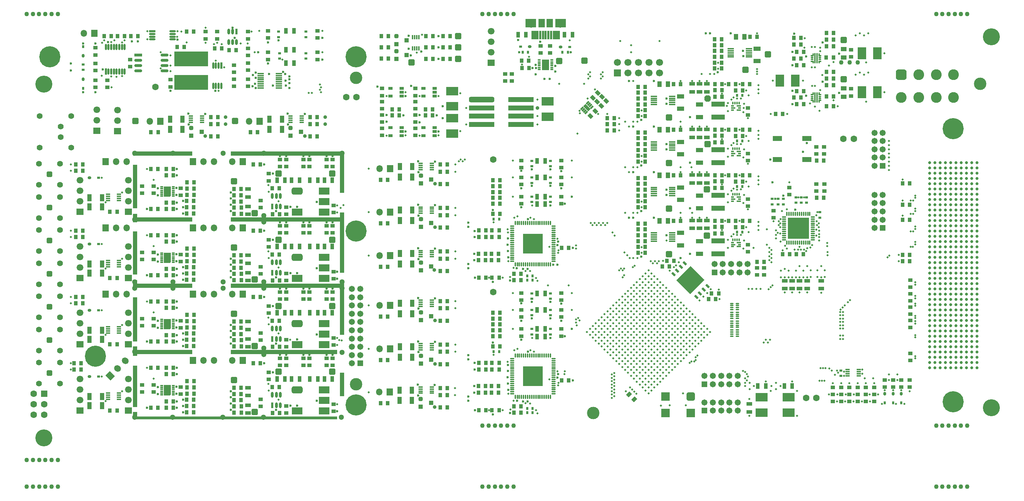
<source format=gts>
G04*
G04 #@! TF.GenerationSoftware,Altium Limited,Altium Designer,21.3.2 (30)*
G04*
G04 Layer_Color=8388736*
%FSAX43Y43*%
%MOMM*%
G71*
G04*
G04 #@! TF.SameCoordinates,A5D7D915-5641-4F95-A411-C75C07C582E2*
G04*
G04*
G04 #@! TF.FilePolarity,Negative*
G04*
G01*
G75*
%ADD22C,0.480*%
%ADD23R,0.700X0.600*%
G04:AMPARAMS|DCode=24|XSize=0.9mm|YSize=1.1mm|CornerRadius=0mm|HoleSize=0mm|Usage=FLASHONLY|Rotation=45.000|XOffset=0mm|YOffset=0mm|HoleType=Round|Shape=Rectangle|*
%AMROTATEDRECTD24*
4,1,4,0.071,-0.707,-0.707,0.071,-0.071,0.707,0.707,-0.071,0.071,-0.707,0.0*
%
%ADD24ROTATEDRECTD24*%

G04:AMPARAMS|DCode=25|XSize=0.4mm|YSize=0.9mm|CornerRadius=0mm|HoleSize=0mm|Usage=FLASHONLY|Rotation=135.000|XOffset=0mm|YOffset=0mm|HoleType=Round|Shape=Rectangle|*
%AMROTATEDRECTD25*
4,1,4,0.460,0.177,-0.177,-0.460,-0.460,-0.177,0.177,0.460,0.460,0.177,0.0*
%
%ADD25ROTATEDRECTD25*%

G04:AMPARAMS|DCode=26|XSize=1.7mm|YSize=0.79mm|CornerRadius=0mm|HoleSize=0mm|Usage=FLASHONLY|Rotation=135.000|XOffset=0mm|YOffset=0mm|HoleType=Round|Shape=Rectangle|*
%AMROTATEDRECTD26*
4,1,4,0.880,-0.322,0.322,-0.880,-0.880,0.322,-0.322,0.880,0.880,-0.322,0.0*
%
%ADD26ROTATEDRECTD26*%

%ADD27O,0.800X0.400*%
G04:AMPARAMS|DCode=28|XSize=0.5mm|YSize=1mm|CornerRadius=0mm|HoleSize=0mm|Usage=FLASHONLY|Rotation=225.000|XOffset=0mm|YOffset=0mm|HoleType=Round|Shape=Rectangle|*
%AMROTATEDRECTD28*
4,1,4,-0.177,0.530,0.530,-0.177,0.177,-0.530,-0.530,0.177,-0.177,0.530,0.0*
%
%ADD28ROTATEDRECTD28*%

G04:AMPARAMS|DCode=29|XSize=4.9mm|YSize=4.75mm|CornerRadius=0mm|HoleSize=0mm|Usage=FLASHONLY|Rotation=225.000|XOffset=0mm|YOffset=0mm|HoleType=Round|Shape=Rectangle|*
%AMROTATEDRECTD29*
4,1,4,0.053,3.412,3.412,0.053,-0.053,-3.412,-3.412,-0.053,0.053,3.412,0.0*
%
%ADD29ROTATEDRECTD29*%

G04:AMPARAMS|DCode=30|XSize=2.1mm|YSize=2.1mm|CornerRadius=0.55mm|HoleSize=0mm|Usage=FLASHONLY|Rotation=270.000|XOffset=0mm|YOffset=0mm|HoleType=Round|Shape=RoundedRectangle|*
%AMROUNDEDRECTD30*
21,1,2.100,1.000,0,0,270.0*
21,1,1.000,2.100,0,0,270.0*
1,1,1.100,-0.500,-0.500*
1,1,1.100,-0.500,0.500*
1,1,1.100,0.500,0.500*
1,1,1.100,0.500,-0.500*
%
%ADD30ROUNDEDRECTD30*%
%ADD31R,2.100X2.100*%
G04:AMPARAMS|DCode=32|XSize=0.9mm|YSize=1.1mm|CornerRadius=0mm|HoleSize=0mm|Usage=FLASHONLY|Rotation=135.000|XOffset=0mm|YOffset=0mm|HoleType=Round|Shape=Rectangle|*
%AMROTATEDRECTD32*
4,1,4,0.707,0.071,-0.071,-0.707,-0.707,-0.071,0.071,0.707,0.707,0.071,0.0*
%
%ADD32ROTATEDRECTD32*%

%ADD33O,0.350X1.100*%
%ADD34O,1.100X0.350*%
%ADD35R,0.900X1.100*%
%ADD36R,1.100X0.900*%
%ADD37C,3.000*%
%ADD38R,1.400X0.900*%
%ADD39R,3.200X1.200*%
G04:AMPARAMS|DCode=40|XSize=0.35mm|YSize=0.65mm|CornerRadius=0.081mm|HoleSize=0mm|Usage=FLASHONLY|Rotation=0.000|XOffset=0mm|YOffset=0mm|HoleType=Round|Shape=RoundedRectangle|*
%AMROUNDEDRECTD40*
21,1,0.350,0.488,0,0,0.0*
21,1,0.188,0.650,0,0,0.0*
1,1,0.163,0.094,-0.244*
1,1,0.163,-0.094,-0.244*
1,1,0.163,-0.094,0.244*
1,1,0.163,0.094,0.244*
%
%ADD40ROUNDEDRECTD40*%
G04:AMPARAMS|DCode=41|XSize=0.3mm|YSize=1.1mm|CornerRadius=0.075mm|HoleSize=0mm|Usage=FLASHONLY|Rotation=90.000|XOffset=0mm|YOffset=0mm|HoleType=Round|Shape=RoundedRectangle|*
%AMROUNDEDRECTD41*
21,1,0.300,0.950,0,0,90.0*
21,1,0.150,1.100,0,0,90.0*
1,1,0.150,0.475,0.075*
1,1,0.150,0.475,-0.075*
1,1,0.150,-0.475,-0.075*
1,1,0.150,-0.475,0.075*
%
%ADD41ROUNDEDRECTD41*%
G04:AMPARAMS|DCode=42|XSize=0.3mm|YSize=0.75mm|CornerRadius=0.075mm|HoleSize=0mm|Usage=FLASHONLY|Rotation=90.000|XOffset=0mm|YOffset=0mm|HoleType=Round|Shape=RoundedRectangle|*
%AMROUNDEDRECTD42*
21,1,0.300,0.600,0,0,90.0*
21,1,0.150,0.750,0,0,90.0*
1,1,0.150,0.300,0.075*
1,1,0.150,0.300,-0.075*
1,1,0.150,-0.300,-0.075*
1,1,0.150,-0.300,0.075*
%
%ADD42ROUNDEDRECTD42*%
%ADD43R,1.800X1.100*%
%ADD44R,0.600X0.700*%
%ADD45R,0.900X1.400*%
%ADD46R,2.640X1.751*%
%ADD47R,0.800X0.600*%
%ADD48C,0.737*%
G04:AMPARAMS|DCode=49|XSize=0.8mm|YSize=0.6mm|CornerRadius=0.175mm|HoleSize=0mm|Usage=FLASHONLY|Rotation=270.000|XOffset=0mm|YOffset=0mm|HoleType=Round|Shape=RoundedRectangle|*
%AMROUNDEDRECTD49*
21,1,0.800,0.250,0,0,270.0*
21,1,0.450,0.600,0,0,270.0*
1,1,0.350,-0.125,-0.225*
1,1,0.350,-0.125,0.225*
1,1,0.350,0.125,0.225*
1,1,0.350,0.125,-0.225*
%
%ADD49ROUNDEDRECTD49*%
G04:AMPARAMS|DCode=50|XSize=0.4mm|YSize=0.7mm|CornerRadius=0.125mm|HoleSize=0mm|Usage=FLASHONLY|Rotation=270.000|XOffset=0mm|YOffset=0mm|HoleType=Round|Shape=RoundedRectangle|*
%AMROUNDEDRECTD50*
21,1,0.400,0.450,0,0,270.0*
21,1,0.150,0.700,0,0,270.0*
1,1,0.250,-0.225,-0.075*
1,1,0.250,-0.225,0.075*
1,1,0.250,0.225,0.075*
1,1,0.250,0.225,-0.075*
%
%ADD50ROUNDEDRECTD50*%
G04:AMPARAMS|DCode=51|XSize=0.35mm|YSize=0.7mm|CornerRadius=0.113mm|HoleSize=0mm|Usage=FLASHONLY|Rotation=270.000|XOffset=0mm|YOffset=0mm|HoleType=Round|Shape=RoundedRectangle|*
%AMROUNDEDRECTD51*
21,1,0.350,0.475,0,0,270.0*
21,1,0.125,0.700,0,0,270.0*
1,1,0.225,-0.238,-0.063*
1,1,0.225,-0.238,0.063*
1,1,0.225,0.238,0.063*
1,1,0.225,0.238,-0.063*
%
%ADD51ROUNDEDRECTD51*%
G04:AMPARAMS|DCode=52|XSize=0.4mm|YSize=2.5mm|CornerRadius=0.125mm|HoleSize=0mm|Usage=FLASHONLY|Rotation=180.000|XOffset=0mm|YOffset=0mm|HoleType=Round|Shape=RoundedRectangle|*
%AMROUNDEDRECTD52*
21,1,0.400,2.250,0,0,180.0*
21,1,0.150,2.500,0,0,180.0*
1,1,0.250,-0.075,1.125*
1,1,0.250,0.075,1.125*
1,1,0.250,0.075,-1.125*
1,1,0.250,-0.075,-1.125*
%
%ADD52ROUNDEDRECTD52*%
G04:AMPARAMS|DCode=53|XSize=0.35mm|YSize=0.7mm|CornerRadius=0.113mm|HoleSize=0mm|Usage=FLASHONLY|Rotation=0.000|XOffset=0mm|YOffset=0mm|HoleType=Round|Shape=RoundedRectangle|*
%AMROUNDEDRECTD53*
21,1,0.350,0.475,0,0,0.0*
21,1,0.125,0.700,0,0,0.0*
1,1,0.225,0.063,-0.238*
1,1,0.225,-0.063,-0.238*
1,1,0.225,-0.063,0.238*
1,1,0.225,0.063,0.238*
%
%ADD53ROUNDEDRECTD53*%
%ADD54R,1.600X2.100*%
%ADD55R,2.600X2.100*%
%ADD56R,0.500X2.100*%
%ADD57R,1.700X2.100*%
%ADD58R,0.600X0.800*%
G04:AMPARAMS|DCode=59|XSize=0.4mm|YSize=1.55mm|CornerRadius=0.125mm|HoleSize=0mm|Usage=FLASHONLY|Rotation=90.000|XOffset=0mm|YOffset=0mm|HoleType=Round|Shape=RoundedRectangle|*
%AMROUNDEDRECTD59*
21,1,0.400,1.300,0,0,90.0*
21,1,0.150,1.550,0,0,90.0*
1,1,0.250,0.650,0.075*
1,1,0.250,0.650,-0.075*
1,1,0.250,-0.650,-0.075*
1,1,0.250,-0.650,0.075*
%
%ADD59ROUNDEDRECTD59*%
%ADD60R,1.550X0.400*%
%ADD61R,1.100X1.800*%
%ADD62R,0.989X1.370*%
%ADD63R,4.800X4.800*%
G04:AMPARAMS|DCode=64|XSize=0.8mm|YSize=0.6mm|CornerRadius=0.175mm|HoleSize=0mm|Usage=FLASHONLY|Rotation=0.000|XOffset=0mm|YOffset=0mm|HoleType=Round|Shape=RoundedRectangle|*
%AMROUNDEDRECTD64*
21,1,0.800,0.250,0,0,0.0*
21,1,0.450,0.600,0,0,0.0*
1,1,0.350,0.225,-0.125*
1,1,0.350,-0.225,-0.125*
1,1,0.350,-0.225,0.125*
1,1,0.350,0.225,0.125*
%
%ADD64ROUNDEDRECTD64*%
%ADD65O,1.050X0.400*%
%ADD66R,0.800X0.350*%
%ADD67O,0.608X1.370*%
%ADD68R,0.608X1.370*%
G04:AMPARAMS|DCode=69|XSize=1.751mm|YSize=2.64mm|CornerRadius=0.463mm|HoleSize=0mm|Usage=FLASHONLY|Rotation=270.000|XOffset=0mm|YOffset=0mm|HoleType=Round|Shape=RoundedRectangle|*
%AMROUNDEDRECTD69*
21,1,1.751,1.715,0,0,270.0*
21,1,0.826,2.640,0,0,270.0*
1,1,0.925,-0.857,-0.413*
1,1,0.925,-0.857,0.413*
1,1,0.925,0.857,0.413*
1,1,0.925,0.857,-0.413*
%
%ADD69ROUNDEDRECTD69*%
%ADD70R,1.050X1.000*%
%ADD71R,1.050X1.000*%
G04:AMPARAMS|DCode=72|XSize=1mm|YSize=1.05mm|CornerRadius=0.275mm|HoleSize=0mm|Usage=FLASHONLY|Rotation=270.000|XOffset=0mm|YOffset=0mm|HoleType=Round|Shape=RoundedRectangle|*
%AMROUNDEDRECTD72*
21,1,1.000,0.500,0,0,270.0*
21,1,0.450,1.050,0,0,270.0*
1,1,0.550,-0.250,-0.225*
1,1,0.550,-0.250,0.225*
1,1,0.550,0.250,0.225*
1,1,0.550,0.250,-0.225*
%
%ADD72ROUNDEDRECTD72*%
%ADD73R,2.280X1.270*%
%ADD74O,0.350X1.050*%
%ADD75O,1.050X0.350*%
%ADD76R,5.200X5.200*%
%ADD77R,1.100X0.700*%
G04:AMPARAMS|DCode=78|XSize=6.1mm|YSize=1.3mm|CornerRadius=0.35mm|HoleSize=0mm|Usage=FLASHONLY|Rotation=0.000|XOffset=0mm|YOffset=0mm|HoleType=Round|Shape=RoundedRectangle|*
%AMROUNDEDRECTD78*
21,1,6.100,0.600,0,0,0.0*
21,1,5.400,1.300,0,0,0.0*
1,1,0.700,2.700,-0.300*
1,1,0.700,-2.700,-0.300*
1,1,0.700,-2.700,0.300*
1,1,0.700,2.700,0.300*
%
%ADD78ROUNDEDRECTD78*%
%ADD79R,6.100X1.300*%
%ADD80O,0.400X1.050*%
%ADD81R,0.700X0.350*%
%ADD82R,1.680X2.580*%
%ADD83O,1.600X0.480*%
%ADD84O,1.600X0.400*%
%ADD85R,1.600X0.400*%
%ADD86O,0.480X1.600*%
%ADD87O,0.550X1.500*%
%ADD88R,1.600X0.480*%
%ADD89R,0.480X1.600*%
%ADD90R,0.550X1.500*%
%ADD91R,1.878X0.700*%
%ADD92O,1.878X0.735*%
%ADD93R,8.200X3.600*%
%ADD94R,2.100X2.900*%
%ADD95R,1.370X0.989*%
%ADD96R,2.900X2.100*%
%ADD97R,1.500X1.700*%
%ADD98O,1.500X1.700*%
%ADD99C,0.600*%
G04:AMPARAMS|DCode=100|XSize=1.6mm|YSize=1.6mm|CornerRadius=0.425mm|HoleSize=0mm|Usage=FLASHONLY|Rotation=90.000|XOffset=0mm|YOffset=0mm|HoleType=Round|Shape=RoundedRectangle|*
%AMROUNDEDRECTD100*
21,1,1.600,0.750,0,0,90.0*
21,1,0.750,1.600,0,0,90.0*
1,1,0.850,0.375,0.375*
1,1,0.850,0.375,-0.375*
1,1,0.850,-0.375,-0.375*
1,1,0.850,-0.375,0.375*
%
%ADD100ROUNDEDRECTD100*%
%ADD101C,1.472*%
%ADD102R,1.472X1.472*%
G04:AMPARAMS|DCode=103|XSize=1.6mm|YSize=1.6mm|CornerRadius=0.425mm|HoleSize=0mm|Usage=FLASHONLY|Rotation=180.000|XOffset=0mm|YOffset=0mm|HoleType=Round|Shape=RoundedRectangle|*
%AMROUNDEDRECTD103*
21,1,1.600,0.750,0,0,180.0*
21,1,0.750,1.600,0,0,180.0*
1,1,0.850,-0.375,0.375*
1,1,0.850,0.375,0.375*
1,1,0.850,0.375,-0.375*
1,1,0.850,-0.375,-0.375*
%
%ADD103ROUNDEDRECTD103*%
%ADD104O,1.700X1.500*%
%ADD105R,1.700X1.500*%
%ADD106C,1.500*%
%ADD107C,2.000*%
%ADD108C,1.600*%
%ADD109R,1.600X1.600*%
%ADD110C,4.100*%
%ADD111C,0.100*%
%ADD112R,1.472X1.472*%
G04:AMPARAMS|DCode=113|XSize=1.4mm|YSize=1.4mm|CornerRadius=0.375mm|HoleSize=0mm|Usage=FLASHONLY|Rotation=180.000|XOffset=0mm|YOffset=0mm|HoleType=Round|Shape=RoundedRectangle|*
%AMROUNDEDRECTD113*
21,1,1.400,0.650,0,0,180.0*
21,1,0.650,1.400,0,0,180.0*
1,1,0.750,-0.325,0.325*
1,1,0.750,0.325,0.325*
1,1,0.750,0.325,-0.325*
1,1,0.750,-0.325,-0.325*
%
%ADD113ROUNDEDRECTD113*%
%ADD114C,1.400*%
%ADD115C,0.700*%
G04:AMPARAMS|DCode=116|XSize=1.5mm|YSize=1.7mm|CornerRadius=0mm|HoleSize=0mm|Usage=FLASHONLY|Rotation=45.000|XOffset=0mm|YOffset=0mm|HoleType=Round|Shape=Rectangle|*
%AMROTATEDRECTD116*
4,1,4,0.071,-1.131,-1.131,0.071,-0.071,1.131,1.131,-0.071,0.071,-1.131,0.0*
%
%ADD116ROTATEDRECTD116*%

G04:AMPARAMS|DCode=117|XSize=1.5mm|YSize=1.7mm|CornerRadius=0mm|HoleSize=0mm|Usage=FLASHONLY|Rotation=45.000|XOffset=0mm|YOffset=0mm|HoleType=Round|Shape=Round|*
%AMOVALD117*
21,1,0.200,1.500,0.000,0.000,135.0*
1,1,1.500,0.071,-0.071*
1,1,1.500,-0.071,0.071*
%
%ADD117OVALD117*%

%ADD118C,1.700*%
%ADD119R,1.700X1.700*%
%ADD120C,2.600*%
G04:AMPARAMS|DCode=121|XSize=2.6mm|YSize=2.6mm|CornerRadius=0.675mm|HoleSize=0mm|Usage=FLASHONLY|Rotation=270.000|XOffset=0mm|YOffset=0mm|HoleType=Round|Shape=RoundedRectangle|*
%AMROUNDEDRECTD121*
21,1,2.600,1.250,0,0,270.0*
21,1,1.250,2.600,0,0,270.0*
1,1,1.350,-0.625,-0.625*
1,1,1.350,-0.625,0.625*
1,1,1.350,0.625,0.625*
1,1,1.350,0.625,-0.625*
%
%ADD121ROUNDEDRECTD121*%
%ADD122P,1.732X8X202.5*%
%ADD123C,1.100*%
%ADD124C,1.300*%
%ADD125C,0.500*%
%ADD126C,0.900*%
%ADD127C,5.100*%
G36*
X0143354Y0177500D02*
X0129025D01*
Y0178500D01*
X0143354D01*
Y0177500D01*
D02*
G37*
G36*
X0180025D02*
X0180000D01*
Y0168450D01*
X0179000D01*
Y0177500D01*
X0152646D01*
Y0178500D01*
X0180025D01*
Y0177500D01*
D02*
G37*
G36*
X0138171Y0170051D02*
X0138181Y0170050D01*
X0138190Y0170048D01*
X0138199Y0170043D01*
X0138207Y0170037D01*
X0138213Y0170029D01*
X0138218Y0170020D01*
X0138220Y0170011D01*
X0138221Y0170001D01*
Y0167811D01*
X0138220Y0167801D01*
X0138218Y0167792D01*
X0138213Y0167783D01*
X0138207Y0167776D01*
X0138207Y0167776D01*
X0138017Y0167586D01*
X0138009Y0167579D01*
X0138000Y0167575D01*
X0137998Y0167574D01*
X0137991Y0167572D01*
X0137986Y0167571D01*
X0137981Y0167571D01*
X0137981Y0167571D01*
X0136521D01*
X0136511Y0167572D01*
X0136502Y0167575D01*
X0136493Y0167579D01*
X0136486Y0167586D01*
X0136479Y0167593D01*
X0136475Y0167602D01*
X0136472Y0167611D01*
X0136471Y0167621D01*
Y0170001D01*
X0136472Y0170011D01*
X0136475Y0170020D01*
X0136479Y0170029D01*
X0136486Y0170037D01*
X0136493Y0170043D01*
X0136502Y0170048D01*
X0136511Y0170050D01*
X0136521Y0170051D01*
X0138171Y0170051D01*
D02*
G37*
G36*
X0130025Y0164800D02*
X0129025D01*
Y0175250D01*
X0130025D01*
Y0164800D01*
D02*
G37*
G36*
Y0162575D02*
X0143354D01*
Y0161575D01*
X0130025D01*
Y0161375D01*
X0129025D01*
Y0161575D01*
Y0162575D01*
Y0163425D01*
X0130025D01*
Y0162575D01*
D02*
G37*
G36*
X0138171Y0154051D02*
X0138181Y0154050D01*
X0138190Y0154048D01*
X0138199Y0154043D01*
X0138207Y0154037D01*
X0138213Y0154029D01*
X0138218Y0154020D01*
X0138220Y0154011D01*
X0138221Y0154001D01*
Y0151811D01*
X0138220Y0151801D01*
X0138218Y0151792D01*
X0138213Y0151783D01*
X0138207Y0151776D01*
X0138207Y0151776D01*
X0138017Y0151586D01*
X0138009Y0151579D01*
X0138000Y0151575D01*
X0137998Y0151574D01*
X0137991Y0151572D01*
X0137986Y0151571D01*
X0137981Y0151571D01*
X0137981Y0151571D01*
X0136521D01*
X0136511Y0151572D01*
X0136502Y0151575D01*
X0136493Y0151579D01*
X0136486Y0151586D01*
X0136479Y0151593D01*
X0136475Y0151602D01*
X0136472Y0151611D01*
X0136471Y0151621D01*
Y0154001D01*
X0136472Y0154011D01*
X0136475Y0154020D01*
X0136479Y0154029D01*
X0136486Y0154037D01*
X0136493Y0154043D01*
X0136502Y0154048D01*
X0136511Y0154050D01*
X0136521Y0154051D01*
X0138171Y0154051D01*
D02*
G37*
G36*
X0180000Y0162575D02*
X0180025D01*
Y0161575D01*
X0180000D01*
Y0149175D01*
X0179000D01*
Y0161575D01*
X0152646D01*
Y0162575D01*
X0179000D01*
Y0163725D01*
X0180000D01*
Y0162575D01*
D02*
G37*
G36*
X0130025Y0148775D02*
X0129025D01*
Y0159150D01*
X0130025D01*
Y0148775D01*
D02*
G37*
G36*
Y0146550D02*
X0143354D01*
Y0145550D01*
X0129025D01*
Y0145725D01*
Y0147425D01*
X0130025D01*
Y0146550D01*
D02*
G37*
G36*
X0138171Y0138051D02*
X0138181Y0138050D01*
X0138190Y0138048D01*
X0138199Y0138043D01*
X0138207Y0138037D01*
X0138213Y0138029D01*
X0138218Y0138020D01*
X0138220Y0138011D01*
X0138221Y0138001D01*
Y0135811D01*
X0138220Y0135801D01*
X0138218Y0135792D01*
X0138213Y0135783D01*
X0138207Y0135776D01*
X0138207Y0135776D01*
X0138017Y0135586D01*
X0138009Y0135579D01*
X0138000Y0135575D01*
X0137998Y0135574D01*
X0137991Y0135572D01*
X0137986Y0135571D01*
X0137981Y0135571D01*
X0137981Y0135571D01*
X0136521D01*
X0136511Y0135572D01*
X0136502Y0135575D01*
X0136493Y0135579D01*
X0136486Y0135586D01*
X0136479Y0135593D01*
X0136475Y0135602D01*
X0136472Y0135611D01*
X0136471Y0135621D01*
Y0138001D01*
X0136472Y0138011D01*
X0136475Y0138020D01*
X0136479Y0138029D01*
X0136486Y0138037D01*
X0136493Y0138043D01*
X0136502Y0138048D01*
X0136511Y0138050D01*
X0136521Y0138051D01*
X0138171Y0138051D01*
D02*
G37*
G36*
X0180025Y0146550D02*
Y0145550D01*
Y0134175D01*
X0179025D01*
Y0145550D01*
X0152646D01*
Y0146550D01*
X0179025D01*
Y0147275D01*
X0180025D01*
Y0146550D01*
D02*
G37*
G36*
X0130025Y0132625D02*
X0129025D01*
Y0143250D01*
X0130025D01*
Y0132625D01*
D02*
G37*
G36*
X0178346Y0129575D02*
X0152646D01*
Y0130575D01*
X0178346D01*
Y0129575D01*
D02*
G37*
G36*
X0130025Y0130575D02*
X0143354D01*
Y0129575D01*
X0130025D01*
Y0129125D01*
X0129025D01*
Y0129575D01*
X0129025D01*
Y0130575D01*
X0129025D01*
Y0131375D01*
X0130025D01*
Y0130575D01*
D02*
G37*
G36*
X0138171Y0122051D02*
X0138181Y0122050D01*
X0138190Y0122048D01*
X0138199Y0122043D01*
X0138207Y0122037D01*
X0138213Y0122029D01*
X0138218Y0122020D01*
X0138220Y0122011D01*
X0138221Y0122001D01*
Y0119811D01*
X0138220Y0119801D01*
X0138218Y0119792D01*
X0138213Y0119783D01*
X0138207Y0119776D01*
X0138207Y0119776D01*
X0138017Y0119586D01*
X0138009Y0119579D01*
X0138000Y0119575D01*
X0137998Y0119574D01*
X0137991Y0119572D01*
X0137986Y0119571D01*
X0137981Y0119571D01*
X0137981Y0119571D01*
X0136521D01*
X0136511Y0119572D01*
X0136502Y0119575D01*
X0136493Y0119579D01*
X0136486Y0119586D01*
X0136479Y0119593D01*
X0136475Y0119602D01*
X0136472Y0119611D01*
X0136471Y0119621D01*
Y0122001D01*
X0136472Y0122011D01*
X0136475Y0122020D01*
X0136479Y0122029D01*
X0136486Y0122037D01*
X0136493Y0122043D01*
X0136502Y0122048D01*
X0136511Y0122050D01*
X0136521Y0122051D01*
X0138171Y0122051D01*
D02*
G37*
G36*
X0180000Y0119371D02*
X0179000D01*
Y0125025D01*
X0180000D01*
Y0119371D01*
D02*
G37*
G36*
X0130025Y0116772D02*
X0129025D01*
Y0126775D01*
X0130025D01*
Y0116772D01*
D02*
G37*
G36*
Y0114500D02*
X0178346D01*
Y0113800D01*
X0129025D01*
Y0115534D01*
X0130025D01*
Y0114500D01*
D02*
G37*
D22*
X0254893Y0148349D02*
D03*
X0254186Y0146228D02*
D03*
X0253479Y0149763D02*
D03*
X0254186Y0149056D02*
D03*
X0255600Y0147642D02*
D03*
X0256308Y0146935D02*
D03*
X0257015Y0146228D02*
D03*
X0257722Y0145521D02*
D03*
X0258429Y0144814D02*
D03*
X0259136Y0144107D02*
D03*
X0259843Y0143400D02*
D03*
X0260550Y0142692D02*
D03*
X0261257Y0141985D02*
D03*
X0261964Y0141278D02*
D03*
X0262672Y0140571D02*
D03*
X0263379Y0139864D02*
D03*
X0264086Y0139157D02*
D03*
X0264793Y0138450D02*
D03*
X0265500Y0137743D02*
D03*
X0266207Y0137036D02*
D03*
X0266914Y0136328D02*
D03*
X0267621Y0135621D02*
D03*
X0268328Y0134914D02*
D03*
X0252772Y0149056D02*
D03*
X0253479Y0148349D02*
D03*
X0254186Y0147642D02*
D03*
X0254893Y0146935D02*
D03*
X0255600Y0146228D02*
D03*
X0256308Y0145521D02*
D03*
X0257015Y0144814D02*
D03*
X0257722Y0144107D02*
D03*
X0258429Y0143400D02*
D03*
X0259136Y0142692D02*
D03*
X0259843Y0141985D02*
D03*
X0260550Y0141278D02*
D03*
X0261257Y0140571D02*
D03*
X0261964Y0139864D02*
D03*
X0262672Y0139157D02*
D03*
X0263379Y0138450D02*
D03*
X0264086Y0137743D02*
D03*
X0264793Y0137036D02*
D03*
X0265500Y0136328D02*
D03*
X0266207Y0135621D02*
D03*
X0266914Y0134914D02*
D03*
X0267621Y0134207D02*
D03*
X0252065Y0148349D02*
D03*
X0252772Y0147642D02*
D03*
X0253479Y0146935D02*
D03*
X0254893Y0145521D02*
D03*
X0255601Y0144814D02*
D03*
X0256308Y0144107D02*
D03*
X0257015Y0143400D02*
D03*
X0257722Y0142692D02*
D03*
X0258429Y0141985D02*
D03*
X0259136Y0141278D02*
D03*
X0259843Y0140571D02*
D03*
X0260550Y0139864D02*
D03*
X0261257Y0139157D02*
D03*
X0261964Y0138450D02*
D03*
X0262672Y0137743D02*
D03*
X0263379Y0137036D02*
D03*
X0264086Y0136328D02*
D03*
X0264793Y0135621D02*
D03*
X0265500Y0134914D02*
D03*
X0266207Y0134207D02*
D03*
X0266914Y0133500D02*
D03*
X0251358Y0147642D02*
D03*
X0252065Y0146935D02*
D03*
X0252772Y0146228D02*
D03*
X0253479Y0145521D02*
D03*
X0254186Y0144814D02*
D03*
X0254893Y0144107D02*
D03*
X0255601Y0143400D02*
D03*
X0256308Y0142692D02*
D03*
X0257015Y0141985D02*
D03*
X0257722Y0141278D02*
D03*
X0258429Y0140571D02*
D03*
X0259136Y0139864D02*
D03*
X0259843Y0139157D02*
D03*
X0260550Y0138450D02*
D03*
X0261257Y0137743D02*
D03*
X0261964Y0137036D02*
D03*
X0262672Y0136328D02*
D03*
X0263379Y0135621D02*
D03*
X0264086Y0134914D02*
D03*
X0264793Y0134207D02*
D03*
X0265500Y0133500D02*
D03*
X0266207Y0132793D02*
D03*
X0250651Y0146935D02*
D03*
X0251358Y0146228D02*
D03*
X0252065Y0145521D02*
D03*
X0252772Y0144814D02*
D03*
X0253479Y0144107D02*
D03*
X0254186Y0143400D02*
D03*
X0254893Y0142692D02*
D03*
X0255601Y0141985D02*
D03*
X0256308Y0141278D02*
D03*
X0257015Y0140571D02*
D03*
X0257722Y0139864D02*
D03*
X0258429Y0139157D02*
D03*
X0259136Y0138450D02*
D03*
X0259843Y0137743D02*
D03*
X0260550Y0137036D02*
D03*
X0261257Y0136328D02*
D03*
X0261964Y0135621D02*
D03*
X0262672Y0134914D02*
D03*
X0263379Y0134207D02*
D03*
X0264086Y0133500D02*
D03*
X0264793Y0132793D02*
D03*
X0265500Y0132086D02*
D03*
X0249944Y0146228D02*
D03*
X0250651Y0145521D02*
D03*
X0251358Y0144814D02*
D03*
X0252065Y0144107D02*
D03*
X0252772Y0143400D02*
D03*
X0253479Y0142692D02*
D03*
X0254186Y0141985D02*
D03*
X0254893Y0141278D02*
D03*
X0255601Y0140571D02*
D03*
X0256308Y0139864D02*
D03*
X0257015Y0139157D02*
D03*
X0257722Y0138450D02*
D03*
X0258429Y0137743D02*
D03*
X0259136Y0137036D02*
D03*
X0259843Y0136328D02*
D03*
X0260550Y0135621D02*
D03*
X0261257Y0134914D02*
D03*
X0261964Y0134207D02*
D03*
X0262672Y0133500D02*
D03*
X0263379Y0132793D02*
D03*
X0264086Y0132086D02*
D03*
X0264793Y0131379D02*
D03*
X0249237Y0145521D02*
D03*
X0249944Y0144814D02*
D03*
X0250651Y0144107D02*
D03*
X0251358Y0143400D02*
D03*
X0252065Y0142692D02*
D03*
X0252772Y0141985D02*
D03*
X0253479Y0141278D02*
D03*
X0254186Y0140571D02*
D03*
X0254893Y0139864D02*
D03*
X0255601Y0139157D02*
D03*
X0256308Y0138450D02*
D03*
X0257015Y0137743D02*
D03*
X0257722Y0137036D02*
D03*
X0258429Y0136328D02*
D03*
X0259136Y0135621D02*
D03*
X0259843Y0134914D02*
D03*
X0260550Y0134207D02*
D03*
X0261257Y0133500D02*
D03*
X0261964Y0132793D02*
D03*
X0262672Y0132086D02*
D03*
X0263379Y0131379D02*
D03*
X0264086Y0130672D02*
D03*
X0248529Y0144814D02*
D03*
X0249237Y0144107D02*
D03*
X0249944Y0143400D02*
D03*
X0250651Y0142692D02*
D03*
X0251358Y0141985D02*
D03*
X0252065Y0141278D02*
D03*
X0252772Y0140571D02*
D03*
X0253479Y0139864D02*
D03*
X0254186Y0139157D02*
D03*
X0254893Y0138450D02*
D03*
X0255600Y0137743D02*
D03*
X0256308Y0137036D02*
D03*
X0257015Y0136328D02*
D03*
X0257722Y0135621D02*
D03*
X0258429Y0134914D02*
D03*
X0259136Y0134207D02*
D03*
X0259843Y0133500D02*
D03*
X0260550Y0132793D02*
D03*
X0261257Y0132086D02*
D03*
X0261964Y0131379D02*
D03*
X0262672Y0130672D02*
D03*
X0263379Y0129964D02*
D03*
X0247822Y0144107D02*
D03*
X0248529Y0143399D02*
D03*
X0249237Y0142692D02*
D03*
X0249944Y0141985D02*
D03*
X0250651Y0141278D02*
D03*
X0251358Y0140571D02*
D03*
X0252065Y0139864D02*
D03*
X0252772Y0139157D02*
D03*
X0253479Y0138450D02*
D03*
X0254186Y0137743D02*
D03*
X0254893Y0137036D02*
D03*
X0255601Y0136328D02*
D03*
X0256308Y0135621D02*
D03*
X0257015Y0134914D02*
D03*
X0257722Y0134207D02*
D03*
X0258429Y0133500D02*
D03*
X0259136Y0132793D02*
D03*
X0259843Y0132086D02*
D03*
X0260550Y0131379D02*
D03*
X0261257Y0130672D02*
D03*
X0261964Y0129964D02*
D03*
X0262672Y0129257D02*
D03*
X0247115Y0143400D02*
D03*
X0247822Y0142692D02*
D03*
X0248529Y0141985D02*
D03*
X0249237Y0141278D02*
D03*
X0249944Y0140571D02*
D03*
X0250651Y0139864D02*
D03*
X0251358Y0139157D02*
D03*
X0252065Y0138450D02*
D03*
X0252772Y0137743D02*
D03*
X0253479Y0137036D02*
D03*
X0254186Y0136328D02*
D03*
X0254893Y0135621D02*
D03*
X0255600Y0134914D02*
D03*
X0256308Y0134207D02*
D03*
X0257015Y0133500D02*
D03*
X0257722Y0132793D02*
D03*
X0258429Y0132086D02*
D03*
X0259136Y0131379D02*
D03*
X0259843Y0130672D02*
D03*
X0260550Y0129964D02*
D03*
X0261257Y0129257D02*
D03*
X0261964Y0128550D02*
D03*
X0246408Y0142692D02*
D03*
X0247115Y0141985D02*
D03*
X0247822Y0141278D02*
D03*
X0248529Y0140571D02*
D03*
X0249237Y0139864D02*
D03*
X0250651Y0138450D02*
D03*
X0251358Y0137743D02*
D03*
X0252065Y0137036D02*
D03*
X0252772Y0136328D02*
D03*
X0253479Y0135621D02*
D03*
X0254186Y0134914D02*
D03*
X0254893Y0134207D02*
D03*
X0255601Y0133500D02*
D03*
X0256308Y0132793D02*
D03*
X0257015Y0132086D02*
D03*
X0257722Y0131379D02*
D03*
X0258429Y0130672D02*
D03*
X0259136Y0129964D02*
D03*
X0259843Y0129257D02*
D03*
X0260550Y0128550D02*
D03*
X0261257Y0127843D02*
D03*
X0248529Y0139157D02*
D03*
X0249944Y0137743D02*
D03*
X0250651Y0137036D02*
D03*
X0251358Y0136328D02*
D03*
X0252065Y0135621D02*
D03*
X0252772Y0134914D02*
D03*
X0253479Y0134207D02*
D03*
X0254186Y0133500D02*
D03*
X0254893Y0132793D02*
D03*
X0255600Y0132086D02*
D03*
X0256308Y0131379D02*
D03*
X0257015Y0130672D02*
D03*
X0257722Y0129964D02*
D03*
X0258429Y0129257D02*
D03*
X0259136Y0128550D02*
D03*
X0259843Y0127843D02*
D03*
X0260550Y0127136D02*
D03*
X0246408Y0139864D02*
D03*
X0247115Y0139157D02*
D03*
X0249944Y0136328D02*
D03*
X0250651Y0135621D02*
D03*
X0251358Y0134914D02*
D03*
X0252065Y0134207D02*
D03*
X0252772Y0133500D02*
D03*
X0253479Y0132793D02*
D03*
X0254186Y0132086D02*
D03*
X0254893Y0131379D02*
D03*
X0255601Y0130672D02*
D03*
X0256308Y0129964D02*
D03*
X0257015Y0129257D02*
D03*
X0257722Y0128550D02*
D03*
X0258429Y0127843D02*
D03*
X0259136Y0127136D02*
D03*
X0259843Y0126429D02*
D03*
X0249237Y0135621D02*
D03*
X0249944Y0134914D02*
D03*
X0250651Y0134207D02*
D03*
X0251358Y0133500D02*
D03*
X0252065Y0132793D02*
D03*
X0252772Y0132086D02*
D03*
X0253479Y0131379D02*
D03*
X0254186Y0130672D02*
D03*
X0254893Y0129964D02*
D03*
X0255601Y0129257D02*
D03*
X0256308Y0128550D02*
D03*
X0257015Y0127843D02*
D03*
X0257722Y0127136D02*
D03*
X0258429Y0126429D02*
D03*
X0259136Y0125722D02*
D03*
X0245701Y0137743D02*
D03*
X0247822Y0135621D02*
D03*
X0248529Y0134914D02*
D03*
X0249237Y0134207D02*
D03*
X0249944Y0133500D02*
D03*
X0250651Y0132793D02*
D03*
X0251358Y0132086D02*
D03*
X0252065Y0131379D02*
D03*
X0252772Y0130672D02*
D03*
X0253479Y0129964D02*
D03*
X0254186Y0129257D02*
D03*
X0254893Y0128550D02*
D03*
X0255601Y0127843D02*
D03*
X0256308Y0127136D02*
D03*
X0257015Y0126429D02*
D03*
X0257722Y0125722D02*
D03*
X0258429Y0125015D02*
D03*
X0242873Y0139157D02*
D03*
X0243580Y0138450D02*
D03*
X0244287Y0137743D02*
D03*
X0244994Y0137036D02*
D03*
X0246408Y0135621D02*
D03*
X0247115Y0134914D02*
D03*
X0247822Y0134207D02*
D03*
X0248529Y0133500D02*
D03*
X0250651Y0131379D02*
D03*
X0251358Y0130672D02*
D03*
X0252065Y0129964D02*
D03*
X0252772Y0129257D02*
D03*
X0253479Y0128550D02*
D03*
X0254186Y0127843D02*
D03*
X0254893Y0127136D02*
D03*
X0255600Y0126429D02*
D03*
X0256308Y0125722D02*
D03*
X0257015Y0125015D02*
D03*
X0257722Y0124308D02*
D03*
X0243580Y0137036D02*
D03*
X0244287Y0136328D02*
D03*
X0244994Y0135621D02*
D03*
X0245701Y0134914D02*
D03*
X0249944Y0130672D02*
D03*
X0250651Y0129964D02*
D03*
X0251358Y0129257D02*
D03*
X0252065Y0128550D02*
D03*
X0252772Y0127843D02*
D03*
X0253479Y0127136D02*
D03*
X0254186Y0126429D02*
D03*
X0254893Y0125722D02*
D03*
X0255600Y0125015D02*
D03*
X0256308Y0124308D02*
D03*
X0257015Y0123601D02*
D03*
X0242873Y0136328D02*
D03*
X0243580Y0135621D02*
D03*
X0247115Y0132086D02*
D03*
X0247822Y0131379D02*
D03*
X0249237Y0129964D02*
D03*
X0249944Y0129257D02*
D03*
X0250651Y0128550D02*
D03*
X0251358Y0127843D02*
D03*
X0252065Y0127136D02*
D03*
X0252772Y0126429D02*
D03*
X0253479Y0125722D02*
D03*
X0254186Y0125015D02*
D03*
X0254893Y0124308D02*
D03*
X0255601Y0123601D02*
D03*
X0256308Y0122893D02*
D03*
X0242165Y0135621D02*
D03*
X0242873Y0134914D02*
D03*
X0243580Y0134207D02*
D03*
X0246408Y0131379D02*
D03*
X0247822Y0129964D02*
D03*
X0248529Y0129257D02*
D03*
X0249237Y0128550D02*
D03*
X0249944Y0127843D02*
D03*
X0250651Y0127136D02*
D03*
X0251358Y0126429D02*
D03*
X0252065Y0125722D02*
D03*
X0252772Y0125015D02*
D03*
X0253479Y0124308D02*
D03*
X0254186Y0123601D02*
D03*
X0254893Y0122893D02*
D03*
X0255601Y0122186D02*
D03*
X0241458Y0134914D02*
D03*
X0242165Y0134207D02*
D03*
X0242873Y0133500D02*
D03*
X0243580Y0132793D02*
D03*
X0245701Y0130672D02*
D03*
X0247115Y0129257D02*
D03*
X0247822Y0128550D02*
D03*
X0248529Y0127843D02*
D03*
X0249237Y0127136D02*
D03*
X0249944Y0126429D02*
D03*
X0250651Y0125722D02*
D03*
X0251358Y0125015D02*
D03*
X0252065Y0124308D02*
D03*
X0252772Y0123601D02*
D03*
X0253479Y0122893D02*
D03*
X0254186Y0122186D02*
D03*
X0254893Y0121479D02*
D03*
X0239337Y0135621D02*
D03*
X0240044Y0134914D02*
D03*
X0240751Y0134207D02*
D03*
X0242873Y0132086D02*
D03*
X0246408Y0128550D02*
D03*
X0247115Y0127843D02*
D03*
X0247822Y0127136D02*
D03*
X0248529Y0126429D02*
D03*
X0249237Y0125722D02*
D03*
X0249944Y0125015D02*
D03*
X0250651Y0124308D02*
D03*
X0251358Y0123601D02*
D03*
X0252065Y0122893D02*
D03*
X0252772Y0122186D02*
D03*
X0253479Y0121479D02*
D03*
X0254186Y0120772D02*
D03*
X0238630Y0134914D02*
D03*
X0239337Y0134207D02*
D03*
X0240044Y0133500D02*
D03*
X0242165Y0131379D02*
D03*
X0245701Y0127843D02*
D03*
X0246408Y0127136D02*
D03*
X0247115Y0126429D02*
D03*
X0247822Y0125722D02*
D03*
X0248529Y0125015D02*
D03*
X0249237Y0124308D02*
D03*
X0249944Y0123601D02*
D03*
X0250651Y0122893D02*
D03*
X0251358Y0122186D02*
D03*
X0252065Y0121479D02*
D03*
X0252772Y0120772D02*
D03*
X0253479Y0120065D02*
D03*
X0244287Y0140571D02*
D03*
X0248529Y0137743D02*
D03*
X0247822Y0138450D02*
D03*
Y0139864D02*
D03*
X0241458Y0136328D02*
D03*
X0240751Y0137036D02*
D03*
X0247115Y0136328D02*
D03*
X0242165Y0137036D02*
D03*
X0241458Y0137743D02*
D03*
X0247822Y0137036D02*
D03*
X0242873Y0137743D02*
D03*
X0242165Y0138450D02*
D03*
X0245701Y0136328D02*
D03*
X0246408Y0137036D02*
D03*
X0244994Y0138450D02*
D03*
X0244287Y0139157D02*
D03*
X0243580Y0139864D02*
D03*
X0248529Y0136328D02*
D03*
X0240044D02*
D03*
X0240751Y0135621D02*
D03*
X0249237Y0137036D02*
D03*
X0244287Y0133500D02*
D03*
X0244994Y0139864D02*
D03*
X0245701Y0139157D02*
D03*
X0244994Y0141278D02*
D03*
X0245701Y0140571D02*
D03*
X0246408Y0138450D02*
D03*
X0245701Y0141985D02*
D03*
X0246408Y0141278D02*
D03*
X0247115Y0140571D02*
D03*
X0249237Y0138450D02*
D03*
X0249944Y0139157D02*
D03*
X0247115Y0137743D02*
D03*
X0244287Y0130672D02*
D03*
X0244994Y0131379D02*
D03*
X0242873Y0130672D02*
D03*
X0243580Y0131379D02*
D03*
X0246408Y0132793D02*
D03*
X0244287Y0132086D02*
D03*
X0244994Y0132793D02*
D03*
X0241458Y0132086D02*
D03*
X0245701Y0133500D02*
D03*
X0242165Y0132793D02*
D03*
X0240751D02*
D03*
X0246408Y0134207D02*
D03*
X0244994D02*
D03*
X0241458Y0133500D02*
D03*
X0249944Y0132086D02*
D03*
X0248529Y0130672D02*
D03*
X0247115Y0130672D02*
D03*
X0249237Y0131379D02*
D03*
X0246408Y0129964D02*
D03*
X0245701Y0129257D02*
D03*
X0244994Y0128550D02*
D03*
X0248529Y0132086D02*
D03*
X0249237Y0132793D02*
D03*
X0244994Y0129964D02*
D03*
X0244287Y0129257D02*
D03*
X0247822Y0132793D02*
D03*
X0247115Y0133500D02*
D03*
X0245701Y0132086D02*
D03*
X0244287Y0134914D02*
D03*
X0243580Y0129964D02*
D03*
D23*
X0299925Y0125600D02*
D03*
Y0124300D02*
D03*
X0225300Y0134300D02*
D03*
Y0138900D02*
D03*
Y0142900D02*
D03*
Y0166300D02*
D03*
Y0170900D02*
D03*
Y0174900D02*
D03*
Y0172200D02*
D03*
Y0167600D02*
D03*
X0229800Y0166300D02*
D03*
Y0167600D02*
D03*
Y0170900D02*
D03*
Y0172200D02*
D03*
X0225300Y0176200D02*
D03*
X0229800Y0174900D02*
D03*
Y0176200D02*
D03*
X0225300Y0144200D02*
D03*
Y0135600D02*
D03*
X0229800Y0134300D02*
D03*
Y0135600D02*
D03*
X0225300Y0140200D02*
D03*
X0229800D02*
D03*
Y0138900D02*
D03*
Y0144200D02*
D03*
Y0142900D02*
D03*
X0294846Y0162511D02*
D03*
Y0163811D02*
D03*
X0284746Y0165711D02*
D03*
Y0167011D02*
D03*
X0283346Y0165711D02*
D03*
Y0167011D02*
D03*
X0291646Y0166111D02*
D03*
Y0167411D02*
D03*
X0290346Y0166111D02*
D03*
Y0167411D02*
D03*
X0289046Y0166111D02*
D03*
Y0167411D02*
D03*
X0286046Y0165711D02*
D03*
Y0167011D02*
D03*
X0164200Y0206100D02*
D03*
X0164400Y0200900D02*
D03*
X0164200Y0207400D02*
D03*
X0170800D02*
D03*
Y0206100D02*
D03*
X0164400Y0202200D02*
D03*
X0170800D02*
D03*
Y0200900D02*
D03*
X0117000Y0198200D02*
D03*
Y0199500D02*
D03*
D24*
X0243255Y0190689D02*
D03*
X0242053Y0189487D02*
D03*
X0241053Y0190462D02*
D03*
X0242255Y0191664D02*
D03*
X0241255Y0192639D02*
D03*
X0240053Y0191437D02*
D03*
X0239434Y0187012D02*
D03*
X0240636Y0188214D02*
D03*
D25*
X0239809Y0189177D02*
D03*
X0239456Y0189531D02*
D03*
X0239102Y0189884D02*
D03*
X0238749Y0190238D02*
D03*
X0238473Y0187841D02*
D03*
X0238119Y0188194D02*
D03*
X0237766Y0188548D02*
D03*
X0237412Y0188901D02*
D03*
D26*
X0238611Y0189039D02*
D03*
D27*
X0273600Y0141775D02*
D03*
X0273600Y0141275D02*
D03*
X0273600Y0140775D02*
D03*
X0273600Y0140275D02*
D03*
X0274900Y0141775D02*
D03*
X0274900Y0141275D02*
D03*
X0274900Y0140775D02*
D03*
Y0140275D02*
D03*
X0273600Y0135400D02*
D03*
Y0134900D02*
D03*
Y0134400D02*
D03*
Y0133900D02*
D03*
X0274900Y0135400D02*
D03*
Y0134900D02*
D03*
Y0134400D02*
D03*
X0274900Y0133900D02*
D03*
Y0136025D02*
D03*
Y0136525D02*
D03*
X0274900Y0137025D02*
D03*
Y0137525D02*
D03*
X0273600Y0136025D02*
D03*
X0273600Y0136525D02*
D03*
Y0137025D02*
D03*
X0273600Y0137525D02*
D03*
X0274900Y0138150D02*
D03*
X0274900Y0138650D02*
D03*
Y0139150D02*
D03*
Y0139650D02*
D03*
X0273600Y0138150D02*
D03*
Y0138650D02*
D03*
X0273600Y0139150D02*
D03*
X0273600Y0139650D02*
D03*
D28*
X0265007Y0143305D02*
D03*
X0265905Y0144203D02*
D03*
X0266803Y0145101D02*
D03*
X0267701Y0145999D02*
D03*
X0259506Y0148806D02*
D03*
X0260404Y0149704D02*
D03*
X0261302Y0150602D02*
D03*
X0262200Y0151500D02*
D03*
D29*
X0263604Y0147402D02*
D03*
D30*
X0263626Y0119311D02*
D03*
D31*
Y0115311D02*
D03*
X0257546Y0119311D02*
D03*
Y0115311D02*
D03*
D32*
X0250002Y0118598D02*
D03*
X0248800Y0119800D02*
D03*
D33*
X0227800Y0161200D02*
D03*
X0228300D02*
D03*
X0228800D02*
D03*
X0229300D02*
D03*
X0229800D02*
D03*
X0221800Y0129200D02*
D03*
X0229800Y0119200D02*
D03*
X0229300D02*
D03*
X0228800D02*
D03*
X0228300D02*
D03*
X0227800D02*
D03*
X0227300D02*
D03*
X0226800D02*
D03*
X0226300D02*
D03*
X0225800D02*
D03*
X0225300D02*
D03*
X0226300Y0129200D02*
D03*
X0226800D02*
D03*
X0227300D02*
D03*
X0227800D02*
D03*
X0228300D02*
D03*
X0228800D02*
D03*
X0229300D02*
D03*
X0229800D02*
D03*
X0221800Y0161200D02*
D03*
X0229800Y0151200D02*
D03*
X0229300D02*
D03*
X0228800D02*
D03*
X0228300D02*
D03*
X0227800D02*
D03*
X0227300D02*
D03*
X0226800D02*
D03*
X0226300D02*
D03*
X0225800D02*
D03*
X0225300D02*
D03*
X0226300Y0161200D02*
D03*
X0226800D02*
D03*
X0227300D02*
D03*
X0222300Y0129200D02*
D03*
Y0161200D02*
D03*
X0221300Y0119200D02*
D03*
X0221800D02*
D03*
X0222300D02*
D03*
X0222800D02*
D03*
X0223300D02*
D03*
X0223800D02*
D03*
X0224300D02*
D03*
X0224800D02*
D03*
X0225800Y0129200D02*
D03*
X0225300D02*
D03*
X0224800D02*
D03*
X0224300D02*
D03*
X0223800D02*
D03*
X0223300D02*
D03*
X0222800D02*
D03*
X0221300D02*
D03*
Y0151200D02*
D03*
X0221800D02*
D03*
X0222300D02*
D03*
X0222800D02*
D03*
X0223300D02*
D03*
X0223800D02*
D03*
X0224300D02*
D03*
X0224800D02*
D03*
X0225800Y0161200D02*
D03*
X0225300D02*
D03*
X0224800D02*
D03*
X0224300D02*
D03*
X0223800D02*
D03*
X0223300D02*
D03*
X0222800D02*
D03*
X0221300D02*
D03*
D34*
X0230550Y0160450D02*
D03*
Y0159950D02*
D03*
Y0159450D02*
D03*
Y0158950D02*
D03*
Y0158450D02*
D03*
Y0157950D02*
D03*
X0230550Y0121450D02*
D03*
Y0120950D02*
D03*
Y0120450D02*
D03*
Y0119950D02*
D03*
Y0128450D02*
D03*
Y0127950D02*
D03*
Y0127450D02*
D03*
Y0126950D02*
D03*
Y0126450D02*
D03*
Y0125950D02*
D03*
X0230550Y0153450D02*
D03*
Y0152950D02*
D03*
Y0152450D02*
D03*
Y0151950D02*
D03*
X0220550Y0126950D02*
D03*
Y0120950D02*
D03*
Y0123950D02*
D03*
Y0125450D02*
D03*
Y0122450D02*
D03*
Y0158950D02*
D03*
Y0154450D02*
D03*
Y0152950D02*
D03*
Y0157450D02*
D03*
Y0155950D02*
D03*
X0230550Y0121950D02*
D03*
Y0122450D02*
D03*
Y0122950D02*
D03*
Y0123450D02*
D03*
Y0123950D02*
D03*
Y0124450D02*
D03*
Y0124950D02*
D03*
Y0125450D02*
D03*
X0220550Y0128450D02*
D03*
Y0127950D02*
D03*
Y0127450D02*
D03*
Y0126450D02*
D03*
Y0125950D02*
D03*
Y0124950D02*
D03*
Y0124450D02*
D03*
Y0123450D02*
D03*
Y0122950D02*
D03*
Y0121950D02*
D03*
Y0121450D02*
D03*
Y0120450D02*
D03*
Y0119950D02*
D03*
X0230550Y0153950D02*
D03*
Y0154450D02*
D03*
Y0154950D02*
D03*
Y0155450D02*
D03*
Y0155950D02*
D03*
Y0156450D02*
D03*
Y0156950D02*
D03*
Y0157450D02*
D03*
X0220550Y0160450D02*
D03*
Y0159950D02*
D03*
Y0159450D02*
D03*
Y0158450D02*
D03*
Y0157950D02*
D03*
Y0156950D02*
D03*
Y0156450D02*
D03*
Y0155450D02*
D03*
Y0154950D02*
D03*
Y0153950D02*
D03*
Y0153450D02*
D03*
Y0152450D02*
D03*
Y0151950D02*
D03*
D35*
X0217600Y0133900D02*
D03*
Y0165900D02*
D03*
Y0135300D02*
D03*
Y0167300D02*
D03*
X0268700Y0144200D02*
D03*
X0270400D02*
D03*
X0258500Y0150700D02*
D03*
X0256800D02*
D03*
X0269489Y0183700D02*
D03*
X0271189D02*
D03*
X0269471Y0182281D02*
D03*
X0271171D02*
D03*
X0274509Y0183700D02*
D03*
X0272809D02*
D03*
X0277900Y0183700D02*
D03*
X0276200D02*
D03*
X0276200Y0182200D02*
D03*
X0274500D02*
D03*
X0269471Y0180681D02*
D03*
X0271171D02*
D03*
X0269489Y0172700D02*
D03*
X0271189D02*
D03*
X0269471Y0171281D02*
D03*
X0271171D02*
D03*
X0274509Y0172700D02*
D03*
X0272809D02*
D03*
X0277900Y0172700D02*
D03*
X0276200D02*
D03*
X0276200Y0171200D02*
D03*
X0274500D02*
D03*
X0269472Y0169681D02*
D03*
X0271172D02*
D03*
X0276200Y0160200D02*
D03*
X0274500D02*
D03*
X0271189Y0161700D02*
D03*
X0269489D02*
D03*
X0271171Y0160281D02*
D03*
X0269471D02*
D03*
X0272809Y0161700D02*
D03*
X0274509D02*
D03*
X0276200Y0161700D02*
D03*
X0277900D02*
D03*
X0271172Y0158681D02*
D03*
X0269472D02*
D03*
X0215900Y0131400D02*
D03*
X0212500Y0127400D02*
D03*
Y0125800D02*
D03*
X0212400Y0120200D02*
D03*
Y0121800D02*
D03*
X0159746Y0143311D02*
D03*
X0153446Y0134411D02*
D03*
X0153466Y0132923D02*
D03*
X0153466Y0131423D02*
D03*
X0116946Y0143311D02*
D03*
X0153446Y0135911D02*
D03*
X0142025Y0133023D02*
D03*
Y0131523D02*
D03*
X0159746Y0127311D02*
D03*
X0153466Y0116923D02*
D03*
X0153446Y0118411D02*
D03*
X0153466Y0115423D02*
D03*
X0116546Y0127311D02*
D03*
X0153446Y0119911D02*
D03*
X0142025Y0117023D02*
D03*
Y0115523D02*
D03*
X0215900Y0163400D02*
D03*
X0212500Y0159400D02*
D03*
Y0157800D02*
D03*
X0212400Y0153800D02*
D03*
Y0152200D02*
D03*
X0159746Y0175311D02*
D03*
X0153466Y0164923D02*
D03*
X0153446Y0167911D02*
D03*
X0116946Y0175311D02*
D03*
X0153446Y0166411D02*
D03*
X0142025Y0165023D02*
D03*
X0153466Y0163423D02*
D03*
X0142025Y0163523D02*
D03*
X0159746Y0159311D02*
D03*
X0153466Y0148923D02*
D03*
X0116946Y0159311D02*
D03*
X0153446Y0150411D02*
D03*
Y0151911D02*
D03*
X0153466Y0147423D02*
D03*
X0142025Y0149023D02*
D03*
X0142025Y0147523D02*
D03*
X0271171Y0191681D02*
D03*
X0269471D02*
D03*
Y0193281D02*
D03*
X0271171D02*
D03*
X0269489Y0194700D02*
D03*
X0271189D02*
D03*
X0274500Y0193200D02*
D03*
X0276200D02*
D03*
X0245200Y0186560D02*
D03*
X0250939Y0169267D02*
D03*
Y0180267D02*
D03*
X0250939Y0191267D02*
D03*
X0269439Y0202767D02*
D03*
X0250939Y0158267D02*
D03*
X0279700Y0151800D02*
D03*
X0281400D02*
D03*
X0316501Y0151971D02*
D03*
X0314801D02*
D03*
X0316501Y0153496D02*
D03*
X0314801D02*
D03*
X0316501Y0165621D02*
D03*
X0314801D02*
D03*
X0316501Y0161946D02*
D03*
X0314801D02*
D03*
X0314801Y0170746D02*
D03*
X0316501D02*
D03*
X0252635Y0155432D02*
D03*
X0250935D02*
D03*
X0252635Y0154032D02*
D03*
X0250935D02*
D03*
X0250939Y0161067D02*
D03*
X0252639D02*
D03*
X0269700Y0142800D02*
D03*
X0268000D02*
D03*
X0257900Y0152100D02*
D03*
X0259600D02*
D03*
X0201449Y0206334D02*
D03*
X0205570D02*
D03*
X0214100Y0152200D02*
D03*
X0215600D02*
D03*
X0217300D02*
D03*
X0214100Y0153800D02*
D03*
X0215600D02*
D03*
X0217300D02*
D03*
X0214200Y0157800D02*
D03*
X0215700D02*
D03*
X0217400D02*
D03*
X0214200Y0159400D02*
D03*
X0215700D02*
D03*
X0217400D02*
D03*
X0217600Y0163400D02*
D03*
X0234200Y0155200D02*
D03*
X0232500D02*
D03*
X0215900Y0165900D02*
D03*
X0217600Y0168700D02*
D03*
X0215900D02*
D03*
X0217600Y0170100D02*
D03*
X0215900D02*
D03*
Y0167300D02*
D03*
X0217600Y0171500D02*
D03*
X0215900D02*
D03*
X0234200Y0123200D02*
D03*
X0232500D02*
D03*
X0214100Y0121800D02*
D03*
Y0120200D02*
D03*
X0215600D02*
D03*
X0217300D02*
D03*
X0215600Y0121800D02*
D03*
X0217300D02*
D03*
X0217600Y0139500D02*
D03*
X0215900D02*
D03*
Y0133900D02*
D03*
Y0135300D02*
D03*
X0217600Y0138100D02*
D03*
X0215900D02*
D03*
X0217600Y0136700D02*
D03*
X0215900D02*
D03*
X0212500Y0116000D02*
D03*
X0214200D02*
D03*
X0221000Y0116900D02*
D03*
X0222700D02*
D03*
X0215700Y0116000D02*
D03*
X0217400D02*
D03*
X0215700Y0125800D02*
D03*
X0217400D02*
D03*
X0215700Y0127400D02*
D03*
X0217400D02*
D03*
X0217600Y0131400D02*
D03*
X0214200Y0127400D02*
D03*
Y0125800D02*
D03*
X0212500Y0148000D02*
D03*
X0214200D02*
D03*
X0215700D02*
D03*
X0217400D02*
D03*
X0221000Y0147400D02*
D03*
X0222700D02*
D03*
Y0148900D02*
D03*
X0221000D02*
D03*
X0222700Y0115400D02*
D03*
X0221000D02*
D03*
X0125195Y0147911D02*
D03*
X0123495D02*
D03*
X0138746Y0158221D02*
D03*
X0137046D02*
D03*
X0135049Y0158221D02*
D03*
X0133349D02*
D03*
X0138746Y0148611D02*
D03*
X0137046D02*
D03*
X0135049D02*
D03*
X0133349D02*
D03*
X0138746Y0156721D02*
D03*
X0137046D02*
D03*
X0138746Y0150111D02*
D03*
X0137046D02*
D03*
X0143725Y0147523D02*
D03*
Y0150523D02*
D03*
X0142025D02*
D03*
X0142046Y0153511D02*
D03*
X0143746D02*
D03*
X0142046Y0152011D02*
D03*
X0143746D02*
D03*
X0164346Y0153611D02*
D03*
X0162646D02*
D03*
X0115246Y0159311D02*
D03*
X0158046D02*
D03*
X0164446Y0147311D02*
D03*
X0162746D02*
D03*
X0116940Y0157850D02*
D03*
X0115240D02*
D03*
X0143725Y0149023D02*
D03*
X0142046Y0155011D02*
D03*
X0143746D02*
D03*
X0155146Y0150411D02*
D03*
Y0151911D02*
D03*
X0155166Y0148923D02*
D03*
X0155166Y0147423D02*
D03*
X0155146Y0153411D02*
D03*
X0153446D02*
D03*
X0125195Y0131911D02*
D03*
X0123495D02*
D03*
X0138746Y0142221D02*
D03*
X0137046D02*
D03*
X0135049D02*
D03*
X0133349D02*
D03*
X0138746Y0132611D02*
D03*
X0137046D02*
D03*
X0135049D02*
D03*
X0133349D02*
D03*
X0138746Y0140721D02*
D03*
X0137046D02*
D03*
X0138746Y0134111D02*
D03*
X0137046D02*
D03*
X0143725Y0131523D02*
D03*
X0143725Y0134523D02*
D03*
X0142025D02*
D03*
X0142046Y0137511D02*
D03*
X0143746D02*
D03*
X0142046Y0136011D02*
D03*
X0143746D02*
D03*
X0164346Y0137611D02*
D03*
X0162646D02*
D03*
X0115246Y0143311D02*
D03*
X0158046D02*
D03*
X0164446Y0131311D02*
D03*
X0162746D02*
D03*
X0116940Y0141850D02*
D03*
X0115240D02*
D03*
X0143725Y0133023D02*
D03*
X0142046Y0139011D02*
D03*
X0143746D02*
D03*
X0155146Y0134411D02*
D03*
Y0135911D02*
D03*
X0155166Y0132923D02*
D03*
X0155166Y0131423D02*
D03*
X0155146Y0137411D02*
D03*
X0153446D02*
D03*
X0125195Y0163911D02*
D03*
X0123495D02*
D03*
X0138746Y0174221D02*
D03*
X0137046D02*
D03*
X0135049D02*
D03*
X0133349D02*
D03*
X0138746Y0164611D02*
D03*
X0137046D02*
D03*
X0135049D02*
D03*
X0133349D02*
D03*
X0138746Y0172721D02*
D03*
X0137046D02*
D03*
X0138746Y0166111D02*
D03*
X0137046D02*
D03*
X0143725Y0163523D02*
D03*
Y0166523D02*
D03*
X0142025D02*
D03*
X0142046Y0169511D02*
D03*
X0143746D02*
D03*
X0142046Y0168011D02*
D03*
X0143746D02*
D03*
X0164346Y0169611D02*
D03*
X0162646D02*
D03*
X0115246Y0175311D02*
D03*
X0158046D02*
D03*
X0164446Y0163311D02*
D03*
X0162746D02*
D03*
X0116940Y0173850D02*
D03*
X0115240D02*
D03*
X0143725Y0165023D02*
D03*
X0142046Y0171011D02*
D03*
X0143746D02*
D03*
X0155146Y0166411D02*
D03*
Y0167911D02*
D03*
X0155166Y0164923D02*
D03*
X0155166Y0163423D02*
D03*
X0155146Y0169411D02*
D03*
X0153446D02*
D03*
X0188796Y0117661D02*
D03*
X0190496D02*
D03*
X0204896Y0116661D02*
D03*
X0203196D02*
D03*
Y0119661D02*
D03*
X0204896D02*
D03*
X0203196Y0121361D02*
D03*
X0204896D02*
D03*
X0252639Y0159667D02*
D03*
X0250939D02*
D03*
X0252639Y0158267D02*
D03*
X0250935Y0156832D02*
D03*
X0252635D02*
D03*
X0259500Y0161700D02*
D03*
X0261200D02*
D03*
X0290846Y0153711D02*
D03*
X0289146D02*
D03*
X0285846D02*
D03*
X0287546D02*
D03*
X0295746Y0176311D02*
D03*
X0294046D02*
D03*
X0295748Y0167305D02*
D03*
X0294048D02*
D03*
X0193325Y0187182D02*
D03*
X0191625D02*
D03*
Y0188682D02*
D03*
X0193325D02*
D03*
X0271134Y0199932D02*
D03*
X0269434D02*
D03*
X0271134Y0198532D02*
D03*
X0269434D02*
D03*
X0269439Y0205567D02*
D03*
X0271139D02*
D03*
X0269439Y0204167D02*
D03*
X0271139D02*
D03*
Y0202767D02*
D03*
X0271134Y0201332D02*
D03*
X0269434D02*
D03*
X0279700Y0206200D02*
D03*
X0278000D02*
D03*
X0252634Y0188432D02*
D03*
X0250934D02*
D03*
X0252634Y0187032D02*
D03*
X0250934D02*
D03*
X0250939Y0194067D02*
D03*
X0252639D02*
D03*
X0250939Y0192667D02*
D03*
X0252639D02*
D03*
Y0191267D02*
D03*
X0252634Y0189832D02*
D03*
X0250934D02*
D03*
X0261200Y0194700D02*
D03*
X0259500D02*
D03*
X0252635Y0177432D02*
D03*
X0250935D02*
D03*
X0252635Y0176032D02*
D03*
X0250935D02*
D03*
X0250939Y0183067D02*
D03*
X0252639D02*
D03*
X0250939Y0181667D02*
D03*
X0252639D02*
D03*
Y0180267D02*
D03*
X0252635Y0178832D02*
D03*
X0250935D02*
D03*
X0261200Y0183700D02*
D03*
X0259500D02*
D03*
X0250935Y0166432D02*
D03*
X0252635D02*
D03*
X0250935Y0165032D02*
D03*
X0252635D02*
D03*
X0252639Y0172067D02*
D03*
X0250939D02*
D03*
X0252639Y0170667D02*
D03*
X0250939D02*
D03*
X0252639Y0169267D02*
D03*
X0250935Y0167832D02*
D03*
X0252635D02*
D03*
X0259500Y0172700D02*
D03*
X0261200D02*
D03*
X0289200Y0202500D02*
D03*
X0290900D02*
D03*
X0289200Y0199300D02*
D03*
X0290900D02*
D03*
X0289222Y0193068D02*
D03*
X0290922D02*
D03*
X0289222Y0189900D02*
D03*
X0290922D02*
D03*
X0205570Y0200800D02*
D03*
X0203870D02*
D03*
X0199760D02*
D03*
X0201460D02*
D03*
X0205570Y0203600D02*
D03*
X0203870D02*
D03*
X0199760D02*
D03*
X0201460D02*
D03*
X0189000D02*
D03*
X0190700D02*
D03*
X0203870Y0206334D02*
D03*
X0189000Y0206300D02*
D03*
X0190700D02*
D03*
X0199749Y0206334D02*
D03*
X0189000Y0200900D02*
D03*
X0190700D02*
D03*
X0135100Y0183100D02*
D03*
X0133400D02*
D03*
X0147800Y0182100D02*
D03*
X0149500D02*
D03*
Y0185100D02*
D03*
X0147800D02*
D03*
X0149500Y0186800D02*
D03*
X0147800D02*
D03*
X0159100Y0183100D02*
D03*
X0157400D02*
D03*
X0171800Y0182100D02*
D03*
X0173500D02*
D03*
Y0185100D02*
D03*
X0171800D02*
D03*
X0173500Y0186800D02*
D03*
X0171800D02*
D03*
X0190546Y0128111D02*
D03*
X0188846D02*
D03*
X0203246Y0127111D02*
D03*
X0204946D02*
D03*
Y0130111D02*
D03*
X0203246D02*
D03*
X0204946Y0131811D02*
D03*
X0203246D02*
D03*
X0190546Y0138611D02*
D03*
X0188846D02*
D03*
X0203246Y0137611D02*
D03*
X0204946D02*
D03*
Y0140611D02*
D03*
X0203246D02*
D03*
X0204946Y0142311D02*
D03*
X0203246D02*
D03*
X0190546Y0150611D02*
D03*
X0188846D02*
D03*
X0203246Y0149611D02*
D03*
X0204946D02*
D03*
Y0152611D02*
D03*
X0203246D02*
D03*
X0204946Y0154311D02*
D03*
X0203246D02*
D03*
X0141400Y0203700D02*
D03*
X0139700D02*
D03*
X0224600Y0198600D02*
D03*
X0222900D02*
D03*
X0224588Y0200418D02*
D03*
X0222888D02*
D03*
X0123495Y0115911D02*
D03*
X0125195D02*
D03*
X0137046Y0126221D02*
D03*
X0138746D02*
D03*
X0133349D02*
D03*
X0135049D02*
D03*
X0137046Y0116611D02*
D03*
X0138746D02*
D03*
X0133349D02*
D03*
X0135049D02*
D03*
X0137046Y0124721D02*
D03*
X0138746D02*
D03*
X0137046Y0118111D02*
D03*
X0138746D02*
D03*
X0143725Y0115523D02*
D03*
X0142025Y0118523D02*
D03*
X0143725D02*
D03*
X0143746Y0121511D02*
D03*
X0142046D02*
D03*
X0143746Y0120011D02*
D03*
X0142046D02*
D03*
X0162646Y0121611D02*
D03*
X0164346D02*
D03*
X0114846Y0127311D02*
D03*
X0158046D02*
D03*
X0162746Y0115311D02*
D03*
X0164446D02*
D03*
X0114840Y0125850D02*
D03*
X0116540D02*
D03*
X0143725Y0117023D02*
D03*
X0143746Y0123011D02*
D03*
X0142046D02*
D03*
X0155146Y0118411D02*
D03*
Y0119911D02*
D03*
X0155166Y0116923D02*
D03*
X0155166Y0115423D02*
D03*
X0153446Y0121411D02*
D03*
X0155146D02*
D03*
X0130200Y0206300D02*
D03*
X0153926Y0202952D02*
D03*
X0152226D02*
D03*
X0143700Y0207400D02*
D03*
X0142000D02*
D03*
X0150500Y0203400D02*
D03*
X0148800D02*
D03*
X0128500Y0206300D02*
D03*
X0125300D02*
D03*
X0127000D02*
D03*
X0122100D02*
D03*
X0123800D02*
D03*
X0190546Y0171611D02*
D03*
X0188846D02*
D03*
Y0161111D02*
D03*
X0190546D02*
D03*
X0203246Y0170611D02*
D03*
X0204946D02*
D03*
Y0173611D02*
D03*
X0203246D02*
D03*
X0204946Y0175311D02*
D03*
X0203246D02*
D03*
X0204946Y0160111D02*
D03*
X0203246D02*
D03*
Y0163111D02*
D03*
X0204946D02*
D03*
X0203246Y0164811D02*
D03*
X0204946D02*
D03*
X0272809Y0194700D02*
D03*
X0274509D02*
D03*
X0276200Y0194700D02*
D03*
X0277900D02*
D03*
X0288571Y0205880D02*
D03*
X0290271D02*
D03*
X0288571Y0204279D02*
D03*
X0290271D02*
D03*
X0296400Y0203900D02*
D03*
X0298100D02*
D03*
X0288575Y0200937D02*
D03*
X0290275D02*
D03*
X0243500Y0186560D02*
D03*
X0245200Y0185102D02*
D03*
X0243500D02*
D03*
X0245200Y0183600D02*
D03*
X0243500D02*
D03*
X0298100Y0197700D02*
D03*
X0296400D02*
D03*
X0298100Y0196100D02*
D03*
X0296400D02*
D03*
X0298100Y0194500D02*
D03*
X0296400D02*
D03*
X0290272Y0191500D02*
D03*
X0288572D02*
D03*
X0298100Y0189400D02*
D03*
X0296400D02*
D03*
X0298100Y0207100D02*
D03*
X0296400D02*
D03*
Y0191800D02*
D03*
X0298100D02*
D03*
X0296385Y0201136D02*
D03*
X0298085D02*
D03*
X0298100Y0205500D02*
D03*
X0296400D02*
D03*
X0285846Y0187511D02*
D03*
X0284146D02*
D03*
X0201389Y0188679D02*
D03*
X0199689D02*
D03*
X0199672Y0187177D02*
D03*
X0201372D02*
D03*
D36*
X0134046Y0154111D02*
D03*
Y0170111D02*
D03*
X0316651Y0127989D02*
D03*
Y0129689D02*
D03*
X0277500Y0178000D02*
D03*
Y0176300D02*
D03*
X0277500Y0165300D02*
D03*
Y0167000D02*
D03*
Y0154300D02*
D03*
Y0156000D02*
D03*
X0218900Y0197200D02*
D03*
Y0195500D02*
D03*
X0220500Y0197200D02*
D03*
Y0195500D02*
D03*
X0277500Y0189000D02*
D03*
Y0187300D02*
D03*
X0222800Y0138500D02*
D03*
Y0133900D02*
D03*
X0177246Y0144511D02*
D03*
X0175746D02*
D03*
X0222800Y0142600D02*
D03*
X0171660Y0144511D02*
D03*
X0170160D02*
D03*
X0175746Y0128511D02*
D03*
X0171660D02*
D03*
X0177246D02*
D03*
X0166043Y0144511D02*
D03*
X0164543D02*
D03*
X0161846Y0141111D02*
D03*
X0166046Y0133011D02*
D03*
X0170160Y0128511D02*
D03*
X0166043D02*
D03*
X0164543D02*
D03*
X0161846Y0125111D02*
D03*
X0166046Y0117011D02*
D03*
X0222800Y0165900D02*
D03*
Y0174600D02*
D03*
X0177246Y0176511D02*
D03*
X0222800Y0170500D02*
D03*
X0171660Y0176511D02*
D03*
X0170160D02*
D03*
X0175746D02*
D03*
X0170160Y0160511D02*
D03*
X0175746D02*
D03*
X0171660D02*
D03*
X0177246D02*
D03*
X0166043Y0176511D02*
D03*
X0164543D02*
D03*
X0161846Y0173111D02*
D03*
X0166046Y0165011D02*
D03*
X0166043Y0160511D02*
D03*
X0164543D02*
D03*
X0161846Y0157111D02*
D03*
X0166046Y0149011D02*
D03*
X0312500Y0121600D02*
D03*
X0314500D02*
D03*
X0310500D02*
D03*
X0316501Y0123302D02*
D03*
Y0121602D02*
D03*
X0279700Y0148650D02*
D03*
Y0150350D02*
D03*
X0281400Y0148650D02*
D03*
Y0150350D02*
D03*
X0316701Y0137671D02*
D03*
Y0135971D02*
D03*
Y0140921D02*
D03*
Y0139221D02*
D03*
Y0144146D02*
D03*
Y0142446D02*
D03*
Y0147396D02*
D03*
Y0145696D02*
D03*
X0222800Y0167600D02*
D03*
Y0172200D02*
D03*
Y0176300D02*
D03*
X0232400Y0167600D02*
D03*
Y0165900D02*
D03*
Y0172200D02*
D03*
Y0170500D02*
D03*
Y0176300D02*
D03*
Y0174600D02*
D03*
Y0144300D02*
D03*
Y0142600D02*
D03*
Y0140200D02*
D03*
Y0138500D02*
D03*
X0222800Y0135600D02*
D03*
X0232400D02*
D03*
Y0133900D02*
D03*
X0222800Y0144300D02*
D03*
Y0140200D02*
D03*
X0131246Y0152411D02*
D03*
Y0154111D02*
D03*
X0134046Y0152411D02*
D03*
X0140546Y0151911D02*
D03*
Y0153611D02*
D03*
X0166046Y0147311D02*
D03*
X0159846Y0150611D02*
D03*
Y0148911D02*
D03*
X0161846Y0155411D02*
D03*
X0177446Y0147711D02*
D03*
Y0149411D02*
D03*
X0166043Y0158811D02*
D03*
X0164543D02*
D03*
X0171660D02*
D03*
X0170160D02*
D03*
X0177246D02*
D03*
X0175746D02*
D03*
X0131246Y0136411D02*
D03*
Y0138111D02*
D03*
X0134046D02*
D03*
Y0136411D02*
D03*
X0140546Y0135911D02*
D03*
Y0137611D02*
D03*
X0166046Y0131311D02*
D03*
X0159846Y0134611D02*
D03*
Y0132911D02*
D03*
X0161846Y0139411D02*
D03*
X0177446Y0131711D02*
D03*
Y0133411D02*
D03*
X0166043Y0142811D02*
D03*
X0164543D02*
D03*
X0171660D02*
D03*
X0170160D02*
D03*
X0177246D02*
D03*
X0175746D02*
D03*
X0131246Y0168411D02*
D03*
Y0170111D02*
D03*
X0134046Y0168411D02*
D03*
X0140546Y0167911D02*
D03*
Y0169611D02*
D03*
X0166046Y0163311D02*
D03*
X0159846Y0166611D02*
D03*
Y0164911D02*
D03*
X0161846Y0171411D02*
D03*
X0177446Y0163711D02*
D03*
Y0165411D02*
D03*
X0166043Y0174811D02*
D03*
X0164543D02*
D03*
X0171660D02*
D03*
X0170160D02*
D03*
X0177246D02*
D03*
X0175746D02*
D03*
X0283646Y0164211D02*
D03*
Y0162511D02*
D03*
X0287446Y0168043D02*
D03*
Y0169743D02*
D03*
X0293954Y0179611D02*
D03*
Y0177911D02*
D03*
X0295854D02*
D03*
Y0179611D02*
D03*
X0293954Y0170611D02*
D03*
Y0168911D02*
D03*
X0295901Y0168922D02*
D03*
Y0170622D02*
D03*
X0189125Y0184082D02*
D03*
Y0182382D02*
D03*
Y0188781D02*
D03*
Y0190482D02*
D03*
Y0187282D02*
D03*
Y0185582D02*
D03*
Y0191982D02*
D03*
Y0193682D02*
D03*
X0197204Y0187282D02*
D03*
Y0185582D02*
D03*
X0227400Y0202300D02*
D03*
Y0204000D02*
D03*
X0229700Y0202300D02*
D03*
Y0204000D02*
D03*
X0131246Y0122111D02*
D03*
Y0120411D02*
D03*
X0134046D02*
D03*
Y0122111D02*
D03*
X0140546Y0121611D02*
D03*
Y0119911D02*
D03*
X0166046Y0115311D02*
D03*
X0159846Y0116911D02*
D03*
Y0118611D02*
D03*
X0161846Y0123411D02*
D03*
X0177446Y0117411D02*
D03*
Y0115711D02*
D03*
X0166043Y0126811D02*
D03*
X0164543D02*
D03*
X0171660D02*
D03*
X0170160D02*
D03*
X0177246D02*
D03*
X0175746D02*
D03*
X0161600Y0205900D02*
D03*
X0149400Y0205700D02*
D03*
X0146600D02*
D03*
X0161600Y0200700D02*
D03*
X0156800Y0203400D02*
D03*
Y0194200D02*
D03*
X0138100Y0194100D02*
D03*
X0120000Y0203500D02*
D03*
Y0194000D02*
D03*
X0149400Y0207400D02*
D03*
X0146600D02*
D03*
X0156800D02*
D03*
Y0205700D02*
D03*
X0153400Y0194200D02*
D03*
Y0195900D02*
D03*
Y0199300D02*
D03*
Y0197600D02*
D03*
X0122900Y0194000D02*
D03*
Y0195700D02*
D03*
X0120000Y0201800D02*
D03*
Y0199700D02*
D03*
Y0198000D02*
D03*
X0128400Y0199000D02*
D03*
Y0200700D02*
D03*
X0120000Y0195700D02*
D03*
X0161600Y0207600D02*
D03*
X0173600D02*
D03*
Y0205900D02*
D03*
X0161600Y0202400D02*
D03*
X0173600Y0202400D02*
D03*
Y0200700D02*
D03*
X0156800Y0195900D02*
D03*
Y0199800D02*
D03*
Y0198100D02*
D03*
Y0201700D02*
D03*
X0138100Y0195800D02*
D03*
X0302377Y0191900D02*
D03*
Y0193600D02*
D03*
Y0201361D02*
D03*
Y0203061D02*
D03*
X0197204Y0182339D02*
D03*
Y0184039D02*
D03*
X0197199Y0193682D02*
D03*
Y0191981D02*
D03*
Y0190482D02*
D03*
Y0188781D02*
D03*
X0310500Y0123300D02*
D03*
X0314500D02*
D03*
X0312500Y0123300D02*
D03*
X0297946Y0121511D02*
D03*
Y0119811D02*
D03*
Y0118111D02*
D03*
X0299946Y0121511D02*
D03*
Y0119811D02*
D03*
Y0118111D02*
D03*
X0303946Y0121511D02*
D03*
Y0119811D02*
D03*
Y0118111D02*
D03*
X0307946Y0121511D02*
D03*
Y0119811D02*
D03*
Y0118111D02*
D03*
X0301946Y0121511D02*
D03*
Y0119811D02*
D03*
Y0118111D02*
D03*
X0305946Y0121511D02*
D03*
Y0119811D02*
D03*
Y0118111D02*
D03*
D37*
X0240100Y0115300D02*
D03*
X0333500Y0194800D02*
D03*
X0182900Y0196300D02*
D03*
Y0122300D02*
D03*
D38*
X0264000Y0172800D02*
D03*
Y0170900D02*
D03*
X0265800Y0172800D02*
D03*
Y0170900D02*
D03*
X0267600Y0172800D02*
D03*
Y0170900D02*
D03*
X0264000Y0183800D02*
D03*
Y0181900D02*
D03*
X0265800Y0183800D02*
D03*
Y0181900D02*
D03*
X0267600Y0183800D02*
D03*
Y0181900D02*
D03*
X0267600Y0161800D02*
D03*
Y0159900D02*
D03*
X0265800Y0161800D02*
D03*
Y0159900D02*
D03*
X0264000Y0161800D02*
D03*
Y0159900D02*
D03*
X0267600Y0192900D02*
D03*
Y0194800D02*
D03*
X0265800Y0192900D02*
D03*
Y0194800D02*
D03*
X0264000Y0192900D02*
D03*
Y0194800D02*
D03*
X0277846Y0117511D02*
D03*
Y0115611D02*
D03*
X0156846Y0151511D02*
D03*
Y0153411D02*
D03*
Y0147311D02*
D03*
Y0149211D02*
D03*
Y0135511D02*
D03*
Y0137411D02*
D03*
Y0131311D02*
D03*
Y0133211D02*
D03*
Y0167511D02*
D03*
Y0169411D02*
D03*
Y0163311D02*
D03*
Y0165211D02*
D03*
X0289952Y0147243D02*
D03*
Y0145343D02*
D03*
X0288152Y0147243D02*
D03*
Y0145343D02*
D03*
X0286352Y0147243D02*
D03*
Y0145343D02*
D03*
X0295146Y0147243D02*
D03*
Y0145343D02*
D03*
X0291752Y0147243D02*
D03*
Y0145343D02*
D03*
X0156846Y0121411D02*
D03*
Y0119511D02*
D03*
Y0117211D02*
D03*
Y0115311D02*
D03*
D39*
X0270300Y0178900D02*
D03*
Y0175800D02*
D03*
X0270300Y0167900D02*
D03*
Y0164800D02*
D03*
Y0156900D02*
D03*
Y0153800D02*
D03*
Y0186800D02*
D03*
Y0189900D02*
D03*
D40*
X0273850Y0179175D02*
D03*
X0274350D02*
D03*
X0274850D02*
D03*
X0275350D02*
D03*
X0273850Y0168175D02*
D03*
X0274350D02*
D03*
X0274850D02*
D03*
X0275350D02*
D03*
X0273850Y0157175D02*
D03*
X0274350D02*
D03*
X0274850D02*
D03*
X0275350D02*
D03*
X0275350Y0190175D02*
D03*
X0274850D02*
D03*
X0274350D02*
D03*
X0273850D02*
D03*
D41*
X0275300Y0178500D02*
D03*
Y0177500D02*
D03*
X0273900Y0178000D02*
D03*
X0275300Y0167500D02*
D03*
Y0166500D02*
D03*
X0273900Y0167000D02*
D03*
X0275300Y0156500D02*
D03*
Y0155500D02*
D03*
X0273900Y0156000D02*
D03*
X0273900Y0189000D02*
D03*
X0275300Y0188500D02*
D03*
Y0189500D02*
D03*
D42*
X0275475Y0178000D02*
D03*
X0273725Y0178500D02*
D03*
Y0177500D02*
D03*
X0275475Y0167000D02*
D03*
X0273725Y0167500D02*
D03*
Y0166500D02*
D03*
X0275475Y0156000D02*
D03*
X0273725Y0156500D02*
D03*
Y0155500D02*
D03*
X0273725Y0188500D02*
D03*
Y0189500D02*
D03*
X0275475Y0189000D02*
D03*
D43*
X0265800Y0178800D02*
D03*
Y0175800D02*
D03*
X0265800Y0167800D02*
D03*
Y0164800D02*
D03*
Y0156800D02*
D03*
Y0153800D02*
D03*
Y0189800D02*
D03*
Y0186800D02*
D03*
X0261200Y0155800D02*
D03*
Y0158800D02*
D03*
X0279700Y0203300D02*
D03*
Y0200300D02*
D03*
X0261200Y0191800D02*
D03*
Y0188800D02*
D03*
X0261200Y0180800D02*
D03*
Y0177800D02*
D03*
Y0166800D02*
D03*
Y0169800D02*
D03*
D44*
X0276100Y0181000D02*
D03*
X0274800D02*
D03*
X0276100Y0170000D02*
D03*
X0274800D02*
D03*
X0276100Y0159000D02*
D03*
X0274800D02*
D03*
X0216100Y0130100D02*
D03*
Y0162100D02*
D03*
X0274800Y0192000D02*
D03*
X0276100D02*
D03*
X0217400Y0162100D02*
D03*
X0225500Y0116400D02*
D03*
X0224200D02*
D03*
X0217400Y0130100D02*
D03*
X0224200Y0147400D02*
D03*
X0225500D02*
D03*
X0224200Y0148400D02*
D03*
X0225500D02*
D03*
X0225500Y0115400D02*
D03*
X0224200D02*
D03*
X0224400Y0202400D02*
D03*
X0223100D02*
D03*
X0234000D02*
D03*
X0232700D02*
D03*
D45*
X0226600Y0133797D02*
D03*
Y0165797D02*
D03*
X0228500D02*
D03*
X0228500Y0167600D02*
D03*
X0226600D02*
D03*
X0228500Y0172200D02*
D03*
X0226600D02*
D03*
X0228500Y0176200D02*
D03*
X0226600D02*
D03*
X0228500Y0144200D02*
D03*
X0226600D02*
D03*
X0228500Y0140200D02*
D03*
X0226600D02*
D03*
X0228500Y0135600D02*
D03*
X0226600D02*
D03*
X0228500Y0133797D02*
D03*
X0165746Y0155511D02*
D03*
X0163846D02*
D03*
X0169246D02*
D03*
X0167346D02*
D03*
X0173646D02*
D03*
X0171746D02*
D03*
X0177146D02*
D03*
X0175246D02*
D03*
X0165746Y0139511D02*
D03*
X0163846D02*
D03*
X0169246Y0139511D02*
D03*
X0167346D02*
D03*
X0173646Y0139511D02*
D03*
X0171746D02*
D03*
X0177146D02*
D03*
X0175246D02*
D03*
X0165746Y0171511D02*
D03*
X0163846D02*
D03*
X0169246Y0171511D02*
D03*
X0167346D02*
D03*
X0173646Y0171511D02*
D03*
X0171746D02*
D03*
X0177146Y0171511D02*
D03*
X0175246D02*
D03*
X0222000Y0206700D02*
D03*
X0223900D02*
D03*
X0233200D02*
D03*
X0235100D02*
D03*
X0163846Y0123511D02*
D03*
X0165746D02*
D03*
X0167346Y0123511D02*
D03*
X0169246D02*
D03*
X0171746Y0123511D02*
D03*
X0173646D02*
D03*
X0175246Y0123511D02*
D03*
X0177146D02*
D03*
X0166000Y0199800D02*
D03*
X0167900D02*
D03*
Y0207600D02*
D03*
X0166000D02*
D03*
X0167900Y0203000D02*
D03*
X0166000D02*
D03*
X0281746Y0121811D02*
D03*
X0279846D02*
D03*
X0288146D02*
D03*
X0286246D02*
D03*
D46*
X0175146Y0134361D02*
D03*
X0175146Y0118361D02*
D03*
X0168646Y0131811D02*
D03*
Y0115811D02*
D03*
X0175146Y0166361D02*
D03*
X0168646Y0163811D02*
D03*
X0175146Y0150361D02*
D03*
X0168646Y0147811D02*
D03*
X0175146Y0152911D02*
D03*
Y0147811D02*
D03*
X0175146Y0131811D02*
D03*
Y0136911D02*
D03*
Y0163811D02*
D03*
Y0168911D02*
D03*
X0175146Y0115811D02*
D03*
Y0120911D02*
D03*
D47*
X0120746Y0140111D02*
D03*
Y0124111D02*
D03*
X0120746Y0172111D02*
D03*
Y0156111D02*
D03*
X0222600Y0203800D02*
D03*
X0234464Y0203705D02*
D03*
D48*
X0330175Y0163065D02*
D03*
Y0164335D02*
D03*
Y0159255D02*
D03*
X0328905Y0155445D02*
D03*
Y0154175D02*
D03*
Y0138935D02*
D03*
Y0140205D02*
D03*
Y0142745D02*
D03*
Y0144015D02*
D03*
X0332715Y0126235D02*
D03*
X0331445D02*
D03*
X0330175D02*
D03*
X0328905D02*
D03*
X0327635D02*
D03*
X0326365D02*
D03*
X0325095D02*
D03*
X0323825D02*
D03*
X0322555D02*
D03*
X0321285D02*
D03*
X0332715Y0127505D02*
D03*
X0331445D02*
D03*
X0330175D02*
D03*
X0328905D02*
D03*
X0327635D02*
D03*
X0326365D02*
D03*
X0325095D02*
D03*
X0323825D02*
D03*
X0322555D02*
D03*
X0321285D02*
D03*
X0332715Y0128775D02*
D03*
X0331445D02*
D03*
X0330175D02*
D03*
X0328905D02*
D03*
X0327635D02*
D03*
X0326365D02*
D03*
X0325095D02*
D03*
X0323825D02*
D03*
X0322555D02*
D03*
X0321285D02*
D03*
X0332715Y0130045D02*
D03*
X0331445D02*
D03*
X0330175D02*
D03*
X0328905D02*
D03*
X0327635D02*
D03*
X0326365D02*
D03*
X0325095D02*
D03*
X0323825D02*
D03*
X0322555D02*
D03*
X0321285D02*
D03*
X0332715Y0131315D02*
D03*
X0331445D02*
D03*
X0330175D02*
D03*
X0328905D02*
D03*
X0327635D02*
D03*
X0326365D02*
D03*
X0325095D02*
D03*
X0323825D02*
D03*
X0322555D02*
D03*
X0321285D02*
D03*
X0332715Y0132585D02*
D03*
X0331445D02*
D03*
X0330175D02*
D03*
X0328905D02*
D03*
X0327635D02*
D03*
X0326365D02*
D03*
X0325095D02*
D03*
X0323825D02*
D03*
X0322555D02*
D03*
X0321285D02*
D03*
X0332715Y0133855D02*
D03*
X0331445D02*
D03*
X0330175D02*
D03*
X0328905D02*
D03*
X0327635D02*
D03*
X0326365D02*
D03*
X0325095D02*
D03*
X0323825D02*
D03*
X0322555D02*
D03*
X0321285D02*
D03*
X0332715Y0135125D02*
D03*
X0331445D02*
D03*
X0330175D02*
D03*
X0328905D02*
D03*
X0327635D02*
D03*
X0326365D02*
D03*
X0325095D02*
D03*
X0323825D02*
D03*
X0322555D02*
D03*
X0321285D02*
D03*
X0332715Y0136395D02*
D03*
X0331445D02*
D03*
X0330175D02*
D03*
X0328905D02*
D03*
X0327635D02*
D03*
X0326365D02*
D03*
X0325095D02*
D03*
X0323825D02*
D03*
X0322555D02*
D03*
X0321285D02*
D03*
X0332715Y0137665D02*
D03*
X0331445D02*
D03*
X0330175D02*
D03*
X0328905D02*
D03*
X0327635D02*
D03*
X0326365D02*
D03*
X0325095D02*
D03*
X0323825D02*
D03*
X0322555D02*
D03*
X0321285D02*
D03*
X0332715Y0138935D02*
D03*
X0331445D02*
D03*
X0330175D02*
D03*
X0327635D02*
D03*
X0326365D02*
D03*
X0325095D02*
D03*
X0323825D02*
D03*
X0322555D02*
D03*
X0321285D02*
D03*
X0332715Y0140205D02*
D03*
X0331445D02*
D03*
X0330175D02*
D03*
X0327635D02*
D03*
X0326365D02*
D03*
X0325095D02*
D03*
X0323825D02*
D03*
X0322555D02*
D03*
X0321285D02*
D03*
X0332715Y0141475D02*
D03*
X0331445D02*
D03*
X0330175D02*
D03*
X0328905D02*
D03*
X0327635D02*
D03*
X0326365D02*
D03*
X0325095D02*
D03*
X0323825D02*
D03*
X0322555D02*
D03*
X0321285D02*
D03*
X0332715Y0142745D02*
D03*
X0331445D02*
D03*
X0330175D02*
D03*
X0327635D02*
D03*
X0326365D02*
D03*
X0325095D02*
D03*
X0323825D02*
D03*
X0322555D02*
D03*
X0321285D02*
D03*
X0332715Y0144015D02*
D03*
X0331445D02*
D03*
X0330175D02*
D03*
X0327635D02*
D03*
X0326365D02*
D03*
X0325095D02*
D03*
X0323825D02*
D03*
X0322555D02*
D03*
X0321285D02*
D03*
X0332715Y0145285D02*
D03*
X0331445D02*
D03*
X0330175D02*
D03*
X0328905D02*
D03*
X0327635D02*
D03*
X0326365D02*
D03*
X0325095D02*
D03*
X0323825D02*
D03*
X0322555D02*
D03*
X0321285D02*
D03*
X0332715Y0146555D02*
D03*
X0331445D02*
D03*
X0330175D02*
D03*
X0328905D02*
D03*
X0327635D02*
D03*
X0326365D02*
D03*
X0325095D02*
D03*
X0323825D02*
D03*
X0322555D02*
D03*
X0321285D02*
D03*
X0332715Y0147825D02*
D03*
X0331445D02*
D03*
X0330175D02*
D03*
X0328905D02*
D03*
X0327635D02*
D03*
X0326365D02*
D03*
X0325095D02*
D03*
X0323825D02*
D03*
X0322555D02*
D03*
X0321285D02*
D03*
X0332715Y0149095D02*
D03*
X0331445D02*
D03*
X0330175D02*
D03*
X0328905D02*
D03*
X0327635D02*
D03*
X0326365D02*
D03*
X0325095D02*
D03*
X0323825D02*
D03*
X0322555D02*
D03*
X0321285D02*
D03*
X0332715Y0150365D02*
D03*
X0331445D02*
D03*
X0330175D02*
D03*
X0328905D02*
D03*
X0327635D02*
D03*
X0326365D02*
D03*
X0325095D02*
D03*
X0323825D02*
D03*
X0322555D02*
D03*
X0321285D02*
D03*
X0332715Y0151635D02*
D03*
X0331445D02*
D03*
X0330175D02*
D03*
X0328905D02*
D03*
X0327635D02*
D03*
X0326365D02*
D03*
X0325095D02*
D03*
X0323825D02*
D03*
X0322555D02*
D03*
X0321285D02*
D03*
X0332715Y0152905D02*
D03*
X0331445D02*
D03*
X0330175D02*
D03*
X0328905D02*
D03*
X0327635D02*
D03*
X0326365D02*
D03*
X0325095D02*
D03*
X0323825D02*
D03*
X0322555D02*
D03*
X0321285D02*
D03*
X0332715Y0154175D02*
D03*
X0331445D02*
D03*
X0330175D02*
D03*
X0327635D02*
D03*
X0326365D02*
D03*
X0325095D02*
D03*
X0323825D02*
D03*
X0322555D02*
D03*
X0321285D02*
D03*
X0332715Y0155445D02*
D03*
X0331445D02*
D03*
X0330175D02*
D03*
X0327635D02*
D03*
X0326365D02*
D03*
X0325095D02*
D03*
X0323825D02*
D03*
X0322555D02*
D03*
X0321285D02*
D03*
X0332715Y0156715D02*
D03*
X0331445D02*
D03*
X0330175D02*
D03*
X0328905D02*
D03*
X0327635D02*
D03*
X0326365D02*
D03*
X0325095D02*
D03*
X0323825D02*
D03*
X0322555D02*
D03*
X0321285D02*
D03*
X0332715Y0157985D02*
D03*
X0331445D02*
D03*
X0330175D02*
D03*
X0328905D02*
D03*
X0327635D02*
D03*
X0326365D02*
D03*
X0325095D02*
D03*
X0323825D02*
D03*
X0322555D02*
D03*
X0321285D02*
D03*
X0332715Y0159255D02*
D03*
X0331445D02*
D03*
X0328905D02*
D03*
X0327635D02*
D03*
X0326365D02*
D03*
X0325095D02*
D03*
X0323825D02*
D03*
X0322555D02*
D03*
X0321285D02*
D03*
X0332715Y0160525D02*
D03*
X0331445D02*
D03*
X0330175D02*
D03*
X0328905D02*
D03*
X0327635D02*
D03*
X0326365D02*
D03*
X0325095D02*
D03*
X0323825D02*
D03*
X0322555D02*
D03*
X0321285D02*
D03*
X0332715Y0161795D02*
D03*
X0331445D02*
D03*
X0330175D02*
D03*
X0328905D02*
D03*
X0327635D02*
D03*
X0326365D02*
D03*
X0325095D02*
D03*
X0323825D02*
D03*
X0322555D02*
D03*
X0321285D02*
D03*
X0332715Y0163065D02*
D03*
X0331445D02*
D03*
X0328905D02*
D03*
X0327635D02*
D03*
X0326365D02*
D03*
X0325095D02*
D03*
X0323825D02*
D03*
X0322555D02*
D03*
X0321285D02*
D03*
X0332715Y0164335D02*
D03*
X0331445D02*
D03*
X0328905D02*
D03*
X0327635D02*
D03*
X0326365D02*
D03*
X0325095D02*
D03*
X0323825D02*
D03*
X0322555D02*
D03*
X0321285D02*
D03*
X0332715Y0165605D02*
D03*
X0331445D02*
D03*
X0330175D02*
D03*
X0328905D02*
D03*
X0327635D02*
D03*
X0326365D02*
D03*
X0325095D02*
D03*
X0323825D02*
D03*
X0322555D02*
D03*
X0321285D02*
D03*
X0332715Y0166875D02*
D03*
X0331445D02*
D03*
X0330175D02*
D03*
X0328905D02*
D03*
X0327635D02*
D03*
X0326365D02*
D03*
X0325095D02*
D03*
X0323825D02*
D03*
X0322555D02*
D03*
X0321285D02*
D03*
X0332715Y0168145D02*
D03*
X0331445D02*
D03*
X0330175D02*
D03*
X0328905D02*
D03*
X0327635D02*
D03*
X0326365D02*
D03*
X0325095D02*
D03*
X0323825D02*
D03*
X0322555D02*
D03*
X0321285D02*
D03*
X0332715Y0169415D02*
D03*
X0331445D02*
D03*
X0330175D02*
D03*
X0328905D02*
D03*
X0327635D02*
D03*
X0326365D02*
D03*
X0325095D02*
D03*
X0323825D02*
D03*
X0322555D02*
D03*
X0321285D02*
D03*
X0332715Y0170685D02*
D03*
X0331445D02*
D03*
X0330175D02*
D03*
X0328905D02*
D03*
X0327635D02*
D03*
X0326365D02*
D03*
X0325095D02*
D03*
X0323825D02*
D03*
X0322555D02*
D03*
X0321285D02*
D03*
X0332715Y0171955D02*
D03*
X0331445D02*
D03*
X0330175D02*
D03*
X0328905D02*
D03*
X0327635D02*
D03*
X0326365D02*
D03*
X0325095D02*
D03*
X0323825D02*
D03*
X0322555D02*
D03*
X0321285D02*
D03*
X0332715Y0173225D02*
D03*
X0331445D02*
D03*
X0330175D02*
D03*
X0328905D02*
D03*
X0327635D02*
D03*
X0326365D02*
D03*
X0325095D02*
D03*
X0323825D02*
D03*
X0322555D02*
D03*
X0321285D02*
D03*
X0332715Y0174495D02*
D03*
X0331445D02*
D03*
X0330175D02*
D03*
X0328905D02*
D03*
X0327635D02*
D03*
X0326365D02*
D03*
X0325095D02*
D03*
X0323825D02*
D03*
X0322555D02*
D03*
X0321285D02*
D03*
X0332715Y0175765D02*
D03*
X0331445D02*
D03*
X0330175D02*
D03*
X0328905D02*
D03*
X0327635D02*
D03*
X0326365D02*
D03*
X0325095D02*
D03*
X0323825D02*
D03*
X0322555D02*
D03*
X0321285D02*
D03*
D49*
X0312500Y0120000D02*
D03*
X0314500Y0120000D02*
D03*
X0310500Y0120000D02*
D03*
X0117000Y0201600D02*
D03*
Y0195900D02*
D03*
D50*
X0294800Y0190800D02*
D03*
Y0192200D02*
D03*
X0293000D02*
D03*
Y0190800D02*
D03*
X0294800Y0200237D02*
D03*
Y0201637D02*
D03*
X0293000D02*
D03*
Y0200237D02*
D03*
D51*
X0294800Y0191275D02*
D03*
Y0191725D02*
D03*
X0293000D02*
D03*
Y0191275D02*
D03*
X0294800Y0200712D02*
D03*
Y0201162D02*
D03*
X0293000D02*
D03*
Y0200712D02*
D03*
D52*
X0294150Y0191525D02*
D03*
X0293650D02*
D03*
X0294150Y0200962D02*
D03*
X0293650D02*
D03*
D53*
X0293175Y0192425D02*
D03*
X0294625D02*
D03*
Y0190625D02*
D03*
X0293175D02*
D03*
Y0201862D02*
D03*
X0294625D02*
D03*
Y0200062D02*
D03*
X0293175D02*
D03*
D54*
X0229650Y0209450D02*
D03*
X0227650D02*
D03*
D55*
X0225075D02*
D03*
X0232225D02*
D03*
D56*
X0229950Y0206600D02*
D03*
X0229300D02*
D03*
X0228650D02*
D03*
X0228000D02*
D03*
X0227350D02*
D03*
D57*
X0226050D02*
D03*
X0231250D02*
D03*
D58*
X0312500Y0117800D02*
D03*
X0314500D02*
D03*
X0117000Y0203800D02*
D03*
Y0193700D02*
D03*
X0310500Y0117800D02*
D03*
D59*
X0254800Y0158800D02*
D03*
X0273300Y0203300D02*
D03*
X0254800Y0191800D02*
D03*
X0254800Y0180800D02*
D03*
Y0169800D02*
D03*
D60*
Y0158300D02*
D03*
Y0157800D02*
D03*
Y0157300D02*
D03*
Y0156800D02*
D03*
X0259200Y0158800D02*
D03*
Y0158300D02*
D03*
Y0157800D02*
D03*
Y0157300D02*
D03*
Y0156800D02*
D03*
X0273300Y0202800D02*
D03*
Y0202300D02*
D03*
Y0201800D02*
D03*
Y0201300D02*
D03*
X0277700Y0203300D02*
D03*
Y0202800D02*
D03*
Y0202300D02*
D03*
Y0201800D02*
D03*
Y0201300D02*
D03*
X0259200Y0189800D02*
D03*
Y0190300D02*
D03*
Y0190800D02*
D03*
Y0191300D02*
D03*
Y0191800D02*
D03*
X0254800Y0189800D02*
D03*
Y0190300D02*
D03*
Y0190800D02*
D03*
Y0191300D02*
D03*
X0254800Y0180300D02*
D03*
Y0179800D02*
D03*
Y0179300D02*
D03*
Y0178800D02*
D03*
X0259200Y0180800D02*
D03*
Y0180300D02*
D03*
Y0179800D02*
D03*
Y0179300D02*
D03*
Y0178800D02*
D03*
Y0167800D02*
D03*
Y0168300D02*
D03*
Y0168800D02*
D03*
Y0169300D02*
D03*
Y0169800D02*
D03*
X0254800Y0167800D02*
D03*
Y0168300D02*
D03*
Y0168800D02*
D03*
Y0169300D02*
D03*
D61*
X0196446Y0141811D02*
D03*
X0193446D02*
D03*
X0118567Y0149082D02*
D03*
X0121567D02*
D03*
X0118567Y0151282D02*
D03*
X0121567D02*
D03*
X0118567Y0133082D02*
D03*
X0121567D02*
D03*
X0118567Y0135282D02*
D03*
X0121567D02*
D03*
X0118567Y0165082D02*
D03*
X0121567D02*
D03*
X0118567Y0167282D02*
D03*
X0121567D02*
D03*
X0196396Y0120861D02*
D03*
X0193396D02*
D03*
X0196396Y0118361D02*
D03*
X0193396D02*
D03*
X0138000Y0186300D02*
D03*
X0141000D02*
D03*
X0138000Y0183800D02*
D03*
X0141000D02*
D03*
X0162000Y0186300D02*
D03*
X0165000D02*
D03*
X0162000Y0183800D02*
D03*
X0165000D02*
D03*
X0193446Y0131311D02*
D03*
X0196446D02*
D03*
X0193446Y0128811D02*
D03*
X0196446D02*
D03*
X0193446Y0139311D02*
D03*
X0196446D02*
D03*
X0193446Y0153811D02*
D03*
X0196446D02*
D03*
X0193446Y0151311D02*
D03*
X0196446D02*
D03*
X0121567Y0117082D02*
D03*
X0118567D02*
D03*
X0121567Y0119282D02*
D03*
X0118567D02*
D03*
X0193446Y0174811D02*
D03*
X0196446D02*
D03*
X0193446Y0172311D02*
D03*
X0196446D02*
D03*
Y0161811D02*
D03*
X0193446D02*
D03*
X0196446Y0164311D02*
D03*
X0193446D02*
D03*
D62*
X0258132Y0161700D02*
D03*
X0256100D02*
D03*
X0274600Y0206200D02*
D03*
X0276632D02*
D03*
X0256100Y0194700D02*
D03*
X0258132D02*
D03*
X0258132Y0183700D02*
D03*
X0256100D02*
D03*
Y0172700D02*
D03*
X0258132D02*
D03*
D63*
X0225550Y0124200D02*
D03*
X0225550Y0156200D02*
D03*
D64*
X0118546Y0156111D02*
D03*
X0118546Y0140111D02*
D03*
X0118546Y0172111D02*
D03*
X0224800Y0203800D02*
D03*
X0232264Y0203705D02*
D03*
X0118546Y0124111D02*
D03*
D65*
X0122996Y0152161D02*
D03*
Y0151661D02*
D03*
Y0151161D02*
D03*
Y0150661D02*
D03*
X0125696Y0152161D02*
D03*
Y0151661D02*
D03*
Y0151161D02*
D03*
Y0150661D02*
D03*
X0122996Y0136161D02*
D03*
Y0135661D02*
D03*
Y0135161D02*
D03*
Y0134661D02*
D03*
X0125696Y0136161D02*
D03*
Y0135661D02*
D03*
Y0135161D02*
D03*
Y0134661D02*
D03*
X0122996Y0168161D02*
D03*
Y0167661D02*
D03*
Y0167161D02*
D03*
Y0166661D02*
D03*
X0125696Y0168161D02*
D03*
Y0167661D02*
D03*
Y0167161D02*
D03*
Y0166661D02*
D03*
X0198446Y0121611D02*
D03*
Y0121111D02*
D03*
Y0120611D02*
D03*
Y0120111D02*
D03*
X0201146Y0121611D02*
D03*
Y0121111D02*
D03*
Y0120611D02*
D03*
Y0120111D02*
D03*
X0145750Y0185550D02*
D03*
Y0186050D02*
D03*
Y0186550D02*
D03*
Y0187050D02*
D03*
X0143050Y0185550D02*
D03*
Y0186050D02*
D03*
Y0186550D02*
D03*
Y0187050D02*
D03*
X0169750Y0185550D02*
D03*
Y0186050D02*
D03*
Y0186550D02*
D03*
Y0187050D02*
D03*
X0167050Y0185550D02*
D03*
Y0186050D02*
D03*
Y0186550D02*
D03*
Y0187050D02*
D03*
X0201196Y0130561D02*
D03*
Y0131061D02*
D03*
Y0131561D02*
D03*
Y0132061D02*
D03*
X0198496Y0130561D02*
D03*
Y0131061D02*
D03*
Y0131561D02*
D03*
Y0132061D02*
D03*
X0201196Y0141061D02*
D03*
Y0141561D02*
D03*
Y0142061D02*
D03*
Y0142561D02*
D03*
X0198496Y0141061D02*
D03*
Y0141561D02*
D03*
Y0142061D02*
D03*
Y0142561D02*
D03*
X0201196Y0153061D02*
D03*
Y0153561D02*
D03*
Y0154061D02*
D03*
Y0154561D02*
D03*
X0198496Y0153061D02*
D03*
Y0153561D02*
D03*
Y0154061D02*
D03*
Y0154561D02*
D03*
X0125696Y0118661D02*
D03*
Y0119161D02*
D03*
Y0119661D02*
D03*
Y0120161D02*
D03*
X0122996Y0118661D02*
D03*
Y0119161D02*
D03*
Y0119661D02*
D03*
Y0120161D02*
D03*
X0201196Y0174061D02*
D03*
Y0174561D02*
D03*
Y0175061D02*
D03*
Y0175561D02*
D03*
X0198496Y0174061D02*
D03*
Y0174561D02*
D03*
Y0175061D02*
D03*
Y0175561D02*
D03*
Y0165061D02*
D03*
Y0164561D02*
D03*
Y0164061D02*
D03*
Y0163561D02*
D03*
X0201196Y0165061D02*
D03*
Y0164561D02*
D03*
Y0164061D02*
D03*
Y0163561D02*
D03*
X0301546Y0125811D02*
D03*
Y0125311D02*
D03*
Y0124811D02*
D03*
Y0124311D02*
D03*
X0304246Y0125811D02*
D03*
Y0125311D02*
D03*
Y0124811D02*
D03*
Y0124311D02*
D03*
D66*
X0135946Y0151686D02*
D03*
Y0152136D02*
D03*
Y0152586D02*
D03*
Y0153036D02*
D03*
Y0153486D02*
D03*
Y0153936D02*
D03*
X0138746D02*
D03*
Y0153486D02*
D03*
Y0153036D02*
D03*
Y0152586D02*
D03*
Y0152136D02*
D03*
Y0151686D02*
D03*
X0137346Y0152811D02*
D03*
Y0136811D02*
D03*
X0138746Y0135686D02*
D03*
Y0136136D02*
D03*
Y0136586D02*
D03*
Y0137036D02*
D03*
Y0137486D02*
D03*
Y0137936D02*
D03*
X0135946D02*
D03*
Y0137486D02*
D03*
Y0137036D02*
D03*
Y0136586D02*
D03*
Y0136136D02*
D03*
Y0135686D02*
D03*
X0137346Y0168811D02*
D03*
X0138746Y0167686D02*
D03*
Y0168136D02*
D03*
Y0168586D02*
D03*
Y0169036D02*
D03*
Y0169486D02*
D03*
Y0169936D02*
D03*
X0135946D02*
D03*
Y0169486D02*
D03*
Y0169036D02*
D03*
Y0168586D02*
D03*
Y0168136D02*
D03*
Y0167686D02*
D03*
X0137346Y0120811D02*
D03*
X0138746Y0119686D02*
D03*
Y0120136D02*
D03*
Y0120586D02*
D03*
Y0121036D02*
D03*
Y0121486D02*
D03*
Y0121936D02*
D03*
X0135946D02*
D03*
Y0121486D02*
D03*
Y0121036D02*
D03*
Y0120586D02*
D03*
Y0120136D02*
D03*
Y0119686D02*
D03*
D67*
X0163646Y0151751D02*
D03*
X0162694D02*
D03*
X0164599D02*
D03*
Y0149211D02*
D03*
X0163646D02*
D03*
Y0133211D02*
D03*
X0164599D02*
D03*
Y0135751D02*
D03*
X0162694D02*
D03*
X0163646D02*
D03*
Y0165211D02*
D03*
X0164599D02*
D03*
Y0167751D02*
D03*
X0162694D02*
D03*
X0163646D02*
D03*
Y0119751D02*
D03*
X0162694D02*
D03*
X0164599D02*
D03*
Y0117211D02*
D03*
X0163646D02*
D03*
X0153100Y0204900D02*
D03*
X0154053D02*
D03*
X0152148D02*
D03*
Y0207440D02*
D03*
X0153100D02*
D03*
D68*
X0162694Y0149211D02*
D03*
Y0133211D02*
D03*
Y0165211D02*
D03*
Y0117211D02*
D03*
X0154053Y0207440D02*
D03*
D69*
X0168646Y0152911D02*
D03*
Y0136911D02*
D03*
Y0168911D02*
D03*
Y0120911D02*
D03*
D70*
X0200996Y0117761D02*
D03*
X0195100Y0201750D02*
D03*
Y0205350D02*
D03*
X0145600Y0183200D02*
D03*
X0169600D02*
D03*
X0201046Y0128211D02*
D03*
Y0138711D02*
D03*
Y0150711D02*
D03*
Y0171711D02*
D03*
Y0161211D02*
D03*
D71*
X0198496Y0116811D02*
D03*
X0192600Y0200800D02*
D03*
Y0204400D02*
D03*
X0143100Y0182250D02*
D03*
X0167100D02*
D03*
X0198546Y0127261D02*
D03*
Y0137761D02*
D03*
Y0149761D02*
D03*
Y0170761D02*
D03*
Y0160261D02*
D03*
D72*
X0198496Y0118711D02*
D03*
X0192600Y0202700D02*
D03*
Y0206300D02*
D03*
X0143100Y0184150D02*
D03*
X0167100D02*
D03*
X0198546Y0129161D02*
D03*
Y0139661D02*
D03*
Y0151661D02*
D03*
Y0172661D02*
D03*
Y0162161D02*
D03*
D73*
X0291660Y0181631D02*
D03*
Y0176551D02*
D03*
X0284550D02*
D03*
Y0181631D02*
D03*
D74*
X0286904Y0163386D02*
D03*
X0287404D02*
D03*
X0287904D02*
D03*
X0288404D02*
D03*
X0288904D02*
D03*
X0289404D02*
D03*
X0289904D02*
D03*
X0290404D02*
D03*
X0290904D02*
D03*
X0291404D02*
D03*
X0291904D02*
D03*
X0292404D02*
D03*
X0286904Y0156436D02*
D03*
X0287404D02*
D03*
X0287904D02*
D03*
X0288404D02*
D03*
X0288904D02*
D03*
X0289404D02*
D03*
X0289904D02*
D03*
X0290404D02*
D03*
X0290904D02*
D03*
X0291404D02*
D03*
X0291904D02*
D03*
X0292404D02*
D03*
D75*
X0286179Y0162661D02*
D03*
Y0162161D02*
D03*
Y0161661D02*
D03*
Y0161161D02*
D03*
Y0160661D02*
D03*
Y0160161D02*
D03*
Y0159661D02*
D03*
Y0159161D02*
D03*
Y0158661D02*
D03*
Y0158161D02*
D03*
Y0157661D02*
D03*
Y0157161D02*
D03*
X0293129D02*
D03*
Y0157661D02*
D03*
Y0158161D02*
D03*
Y0158661D02*
D03*
Y0159161D02*
D03*
Y0159661D02*
D03*
Y0160161D02*
D03*
Y0160661D02*
D03*
Y0161161D02*
D03*
Y0161661D02*
D03*
Y0162161D02*
D03*
Y0162661D02*
D03*
D76*
X0289654Y0159911D02*
D03*
D77*
X0193900Y0182332D02*
D03*
Y0183282D02*
D03*
Y0184232D02*
D03*
X0191150D02*
D03*
Y0182332D02*
D03*
X0193900Y0191831D02*
D03*
Y0192781D02*
D03*
Y0193731D02*
D03*
X0191150D02*
D03*
Y0191831D02*
D03*
X0199124Y0182332D02*
D03*
Y0184232D02*
D03*
X0201874D02*
D03*
Y0183282D02*
D03*
Y0182332D02*
D03*
X0199124Y0191831D02*
D03*
Y0193731D02*
D03*
X0201874D02*
D03*
Y0192781D02*
D03*
Y0191831D02*
D03*
D78*
X0213200Y0191000D02*
D03*
D79*
Y0189000D02*
D03*
Y0187000D02*
D03*
Y0185000D02*
D03*
X0222700Y0191000D02*
D03*
Y0189000D02*
D03*
Y0187000D02*
D03*
Y0185000D02*
D03*
D80*
X0196550Y0203350D02*
D03*
X0197050D02*
D03*
X0197550D02*
D03*
X0198050D02*
D03*
X0196550Y0206050D02*
D03*
X0197050D02*
D03*
X0197550D02*
D03*
X0198050D02*
D03*
D81*
X0227100Y0198750D02*
D03*
X0230100Y0200550D02*
D03*
Y0200100D02*
D03*
Y0199650D02*
D03*
Y0199200D02*
D03*
Y0198750D02*
D03*
Y0198300D02*
D03*
X0227100D02*
D03*
Y0199200D02*
D03*
Y0199650D02*
D03*
Y0200100D02*
D03*
Y0200550D02*
D03*
D82*
X0228600Y0199425D02*
D03*
D83*
X0138600Y0207500D02*
D03*
Y0205550D02*
D03*
X0133700Y0206200D02*
D03*
Y0205550D02*
D03*
X0138600Y0206200D02*
D03*
Y0206850D02*
D03*
X0133700D02*
D03*
D84*
X0164275Y0197300D02*
D03*
Y0195300D02*
D03*
Y0194300D02*
D03*
X0159900Y0196300D02*
D03*
Y0194800D02*
D03*
X0164275Y0193800D02*
D03*
Y0194800D02*
D03*
Y0195800D02*
D03*
Y0196300D02*
D03*
Y0196800D02*
D03*
X0159900Y0193800D02*
D03*
Y0194300D02*
D03*
Y0195300D02*
D03*
Y0195800D02*
D03*
Y0196800D02*
D03*
D85*
Y0197300D02*
D03*
D86*
X0149050Y0194300D02*
D03*
X0149700Y0199200D02*
D03*
X0149050D02*
D03*
X0148400D02*
D03*
X0150350Y0194300D02*
D03*
X0149700D02*
D03*
X0148400D02*
D03*
D87*
X0126400Y0197800D02*
D03*
Y0203700D02*
D03*
X0125750D02*
D03*
X0123150D02*
D03*
X0125750Y0197800D02*
D03*
X0123150D02*
D03*
X0123800D02*
D03*
X0124450D02*
D03*
X0125100D02*
D03*
X0127050D02*
D03*
X0122500Y0203700D02*
D03*
X0123800D02*
D03*
X0124450D02*
D03*
X0125100D02*
D03*
X0127050D02*
D03*
D88*
X0133700Y0207500D02*
D03*
D89*
X0150350Y0199200D02*
D03*
D90*
X0122500Y0197800D02*
D03*
D91*
X0130300Y0201770D02*
D03*
D92*
X0136700Y0197960D02*
D03*
Y0199230D02*
D03*
Y0200500D02*
D03*
Y0201770D02*
D03*
X0130300Y0197960D02*
D03*
Y0199230D02*
D03*
Y0200500D02*
D03*
D93*
X0143100Y0200800D02*
D03*
Y0195200D02*
D03*
D94*
X0288883Y0195600D02*
D03*
X0285200D02*
D03*
X0308683Y0202200D02*
D03*
X0305000D02*
D03*
Y0192822D02*
D03*
X0308683D02*
D03*
D95*
X0300600Y0191708D02*
D03*
Y0193740D02*
D03*
Y0203200D02*
D03*
Y0201168D02*
D03*
D96*
X0206100Y0182817D02*
D03*
Y0186500D02*
D03*
X0229100Y0190583D02*
D03*
Y0186900D02*
D03*
X0206100Y0189400D02*
D03*
Y0193083D02*
D03*
X0280746Y0119094D02*
D03*
Y0115411D02*
D03*
X0287246Y0119094D02*
D03*
Y0115411D02*
D03*
D97*
X0122400Y0144000D02*
D03*
X0143506Y0160011D02*
D03*
X0155546D02*
D03*
X0122400Y0160011D02*
D03*
X0143506Y0144011D02*
D03*
X0155546D02*
D03*
X0143506Y0176011D02*
D03*
X0155546D02*
D03*
X0122400Y0176011D02*
D03*
X0191036Y0120361D02*
D03*
X0135640Y0185800D02*
D03*
X0159640Y0185800D02*
D03*
X0191086Y0130811D02*
D03*
Y0141311D02*
D03*
Y0153311D02*
D03*
X0143506Y0128011D02*
D03*
X0155546Y0128011D02*
D03*
X0119740Y0207000D02*
D03*
X0191086Y0163811D02*
D03*
Y0174311D02*
D03*
D98*
X0124940Y0144000D02*
D03*
X0127480D02*
D03*
X0148586Y0160011D02*
D03*
X0146046D02*
D03*
X0153006D02*
D03*
X0127480Y0160011D02*
D03*
X0124940D02*
D03*
X0148586Y0144011D02*
D03*
X0146046D02*
D03*
X0153006D02*
D03*
X0148586Y0176011D02*
D03*
X0146046D02*
D03*
X0153006D02*
D03*
X0127480Y0176011D02*
D03*
X0124940D02*
D03*
X0188496Y0120361D02*
D03*
X0133100Y0185800D02*
D03*
X0157100Y0185800D02*
D03*
X0188546Y0130811D02*
D03*
Y0141311D02*
D03*
Y0153311D02*
D03*
X0146046Y0128011D02*
D03*
X0148586D02*
D03*
X0153006Y0128011D02*
D03*
X0117200Y0207000D02*
D03*
X0188546Y0163811D02*
D03*
Y0174311D02*
D03*
D99*
X0238275Y0189375D02*
D03*
X0238947Y0188703D02*
D03*
X0230500Y0151100D02*
D03*
X0231450D02*
D03*
X0221775Y0118250D02*
D03*
X0263604Y0145988D02*
D03*
X0262189Y0147402D02*
D03*
X0263604Y0148817D02*
D03*
X0265018Y0147402D02*
D03*
X0263500Y0153800D02*
D03*
Y0164800D02*
D03*
X0263500Y0175800D02*
D03*
X0263500Y0186800D02*
D03*
X0283400Y0171000D02*
D03*
X0257794Y0178983D02*
D03*
X0231500Y0123900D02*
D03*
X0168646Y0133111D02*
D03*
X0211500Y0127400D02*
D03*
X0276375Y0201483D02*
D03*
X0257794Y0169283D02*
D03*
X0257794Y0167983D02*
D03*
X0248800Y0162495D02*
D03*
X0249800Y0162500D02*
D03*
X0251700Y0153100D02*
D03*
X0254800Y0162500D02*
D03*
X0257794Y0158283D02*
D03*
X0261200Y0152700D02*
D03*
X0173446Y0166311D02*
D03*
X0173446Y0150311D02*
D03*
X0167046Y0165111D02*
D03*
X0168646D02*
D03*
X0167046Y0149111D02*
D03*
X0168646D02*
D03*
X0162846Y0173111D02*
D03*
X0160746Y0175311D02*
D03*
X0162846Y0157111D02*
D03*
X0160746Y0159311D02*
D03*
X0175750Y0177411D02*
D03*
X0177250D02*
D03*
X0170163D02*
D03*
X0171663D02*
D03*
X0164546D02*
D03*
X0166046D02*
D03*
X0175750Y0161411D02*
D03*
X0177250D02*
D03*
X0170163D02*
D03*
X0171663D02*
D03*
X0164546D02*
D03*
X0166046D02*
D03*
X0152646Y0164111D02*
D03*
Y0165611D02*
D03*
Y0168611D02*
D03*
Y0167111D02*
D03*
Y0148111D02*
D03*
Y0149611D02*
D03*
Y0152611D02*
D03*
Y0151111D02*
D03*
X0141158Y0165023D02*
D03*
Y0163523D02*
D03*
Y0149023D02*
D03*
Y0147523D02*
D03*
X0219500Y0155943D02*
D03*
X0219512Y0157447D02*
D03*
X0219600Y0152900D02*
D03*
X0219540Y0154441D02*
D03*
X0211500Y0157800D02*
D03*
Y0159300D02*
D03*
X0211400Y0152200D02*
D03*
Y0153800D02*
D03*
X0215900Y0164300D02*
D03*
X0222800Y0165000D02*
D03*
X0225300Y0170200D02*
D03*
X0225300Y0174200D02*
D03*
X0222800Y0173800D02*
D03*
Y0169600D02*
D03*
X0270200Y0197600D02*
D03*
X0249800Y0184500D02*
D03*
X0178346Y0149411D02*
D03*
Y0147711D02*
D03*
Y0115711D02*
D03*
X0210000Y0129300D02*
D03*
Y0161300D02*
D03*
Y0160300D02*
D03*
Y0119300D02*
D03*
Y0118300D02*
D03*
Y0128300D02*
D03*
Y0150300D02*
D03*
Y0151300D02*
D03*
X0173446Y0118311D02*
D03*
X0168646Y0117111D02*
D03*
X0141146Y0115511D02*
D03*
X0167046Y0117111D02*
D03*
X0160746Y0127311D02*
D03*
X0162846Y0125111D02*
D03*
X0141146Y0117011D02*
D03*
X0152646Y0119111D02*
D03*
Y0120611D02*
D03*
Y0117611D02*
D03*
Y0116111D02*
D03*
X0166046Y0129411D02*
D03*
X0164546D02*
D03*
X0171663D02*
D03*
X0170163D02*
D03*
X0177250D02*
D03*
X0175750D02*
D03*
X0173446Y0134311D02*
D03*
X0141146Y0131511D02*
D03*
X0160746Y0143311D02*
D03*
X0162846Y0141111D02*
D03*
X0141146Y0133011D02*
D03*
X0152646Y0135111D02*
D03*
Y0136611D02*
D03*
Y0133611D02*
D03*
Y0132111D02*
D03*
X0166046Y0145411D02*
D03*
X0164546D02*
D03*
X0171663D02*
D03*
X0170163D02*
D03*
X0177250D02*
D03*
X0175750D02*
D03*
X0211400Y0121800D02*
D03*
Y0120200D02*
D03*
X0211500Y0125800D02*
D03*
X0219540Y0122441D02*
D03*
X0219600Y0120900D02*
D03*
X0222800Y0137600D02*
D03*
Y0141800D02*
D03*
X0219512Y0125447D02*
D03*
X0215900Y0132300D02*
D03*
X0222800Y0133000D02*
D03*
X0219515Y0126950D02*
D03*
X0219500Y0123943D02*
D03*
X0225300Y0142200D02*
D03*
X0225300Y0138200D02*
D03*
X0211600Y0116000D02*
D03*
X0139800Y0205500D02*
D03*
X0123000Y0204900D02*
D03*
X0148900Y0193100D02*
D03*
X0138100D02*
D03*
X0158700Y0193800D02*
D03*
X0162800Y0194400D02*
D03*
X0157900Y0194200D02*
D03*
X0158700Y0196300D02*
D03*
X0158000Y0196900D02*
D03*
X0158700Y0197500D02*
D03*
X0158500Y0194800D02*
D03*
X0165300Y0197700D02*
D03*
X0165800Y0197200D02*
D03*
X0165900Y0195600D02*
D03*
X0165957Y0194415D02*
D03*
X0166846Y0196611D02*
D03*
Y0195911D02*
D03*
Y0195011D02*
D03*
Y0193811D02*
D03*
X0159300Y0202400D02*
D03*
X0161600Y0204800D02*
D03*
X0164200Y0205300D02*
D03*
X0161600Y0199700D02*
D03*
X0153100Y0208400D02*
D03*
X0153600Y0205900D02*
D03*
X0121746Y0198311D02*
D03*
X0128800Y0205100D02*
D03*
X0130200D02*
D03*
X0114100Y0198000D02*
D03*
Y0199700D02*
D03*
X0117000Y0204600D02*
D03*
X0120000D02*
D03*
Y0192800D02*
D03*
X0117000D02*
D03*
X0163611Y0116066D02*
D03*
Y0148066D02*
D03*
Y0132066D02*
D03*
Y0164066D02*
D03*
X0299500Y0202100D02*
D03*
Y0192600D02*
D03*
X0295500Y0204800D02*
D03*
Y0195300D02*
D03*
X0291500Y0201400D02*
D03*
Y0191964D02*
D03*
X0288600Y0206900D02*
D03*
X0174800Y0200700D02*
D03*
Y0205900D02*
D03*
X0234700Y0202400D02*
D03*
X0227329Y0205006D02*
D03*
X0222300Y0202400D02*
D03*
X0222000Y0205400D02*
D03*
X0229600Y0196000D02*
D03*
X0228400D02*
D03*
X0166400Y0187600D02*
D03*
X0170500Y0187500D02*
D03*
X0195600Y0206400D02*
D03*
X0202800Y0206334D02*
D03*
Y0203600D02*
D03*
X0195600Y0203300D02*
D03*
X0202800Y0200800D02*
D03*
X0288200Y0202500D02*
D03*
Y0199300D02*
D03*
Y0193100D02*
D03*
Y0189900D02*
D03*
X0225500Y0198600D02*
D03*
X0226300D02*
D03*
X0203800Y0189400D02*
D03*
Y0186500D02*
D03*
X0194825Y0183282D02*
D03*
Y0191831D02*
D03*
X0198199Y0185482D02*
D03*
Y0187282D02*
D03*
X0196199Y0194281D02*
D03*
X0202372Y0187176D02*
D03*
X0202799Y0183281D02*
D03*
X0190225Y0187282D02*
D03*
Y0185682D02*
D03*
X0194325Y0187181D02*
D03*
X0188018Y0194145D02*
D03*
X0282886Y0176551D02*
D03*
X0284046Y0167011D02*
D03*
X0290746Y0178411D02*
D03*
X0286046Y0167811D02*
D03*
X0196100Y0201700D02*
D03*
X0201946Y0143011D02*
D03*
X0197846Y0143111D02*
D03*
X0146500Y0187500D02*
D03*
X0142400Y0187600D02*
D03*
X0201946Y0176011D02*
D03*
X0197846Y0176111D02*
D03*
X0201946Y0165511D02*
D03*
X0197846Y0165611D02*
D03*
X0201946Y0155011D02*
D03*
X0197846Y0155111D02*
D03*
X0201946Y0132511D02*
D03*
X0197846Y0132611D02*
D03*
X0257794Y0191283D02*
D03*
X0248800Y0195495D02*
D03*
X0254800Y0195500D02*
D03*
X0257794Y0180283D02*
D03*
X0254800Y0184500D02*
D03*
X0249800Y0173500D02*
D03*
X0254800D02*
D03*
X0276294Y0202783D02*
D03*
X0268300Y0207000D02*
D03*
X0267300Y0206995D02*
D03*
X0273300Y0207000D02*
D03*
X0197796Y0122161D02*
D03*
X0201896Y0122061D02*
D03*
X0139546Y0121711D02*
D03*
X0135046Y0121611D02*
D03*
X0139646Y0126221D02*
D03*
X0139646Y0116611D02*
D03*
X0139646Y0124721D02*
D03*
X0139646Y0118111D02*
D03*
X0137346Y0120811D02*
D03*
Y0152811D02*
D03*
X0139546Y0153711D02*
D03*
X0135046Y0153611D02*
D03*
X0139646Y0156721D02*
D03*
Y0158221D02*
D03*
X0139646Y0148611D02*
D03*
Y0150111D02*
D03*
X0137346Y0136811D02*
D03*
X0139546Y0137711D02*
D03*
X0135046Y0137611D02*
D03*
X0139646Y0140721D02*
D03*
Y0142221D02*
D03*
X0139646Y0132611D02*
D03*
Y0134111D02*
D03*
X0137346Y0168811D02*
D03*
X0139546Y0169711D02*
D03*
X0135046Y0169611D02*
D03*
X0139646Y0172721D02*
D03*
Y0174221D02*
D03*
X0139646Y0164611D02*
D03*
Y0166111D02*
D03*
X0215900Y0115000D02*
D03*
X0223200Y0118100D02*
D03*
X0220100Y0115300D02*
D03*
X0233300Y0165900D02*
D03*
X0232400Y0173700D02*
D03*
Y0169600D02*
D03*
X0229800Y0174200D02*
D03*
Y0170200D02*
D03*
Y0165400D02*
D03*
X0224400Y0162100D02*
D03*
X0231666Y0156732D02*
D03*
X0224308Y0150096D02*
D03*
X0235200Y0123200D02*
D03*
X0223200Y0150100D02*
D03*
X0221700Y0150300D02*
D03*
X0220100Y0147300D02*
D03*
X0215900Y0147000D02*
D03*
X0211600Y0148000D02*
D03*
X0224308Y0118096D02*
D03*
X0224400Y0130100D02*
D03*
X0229800Y0142200D02*
D03*
X0233300Y0133900D02*
D03*
X0232400Y0141700D02*
D03*
Y0137600D02*
D03*
X0229800Y0138200D02*
D03*
Y0133400D02*
D03*
X0231666Y0124732D02*
D03*
X0235200Y0155200D02*
D03*
X0226200Y0199400D02*
D03*
Y0197100D02*
D03*
X0198600Y0202600D02*
D03*
X0291647Y0180517D02*
D03*
X0166500Y0185000D02*
D03*
X0197946Y0140511D02*
D03*
X0142500Y0185000D02*
D03*
X0197946Y0173511D02*
D03*
Y0163011D02*
D03*
Y0152511D02*
D03*
Y0130011D02*
D03*
X0257794Y0189983D02*
D03*
X0251700Y0186100D02*
D03*
X0251700Y0175100D02*
D03*
Y0164100D02*
D03*
X0197896Y0119561D02*
D03*
X0230947Y0199098D02*
D03*
X0230946Y0197811D02*
D03*
X0139546Y0120011D02*
D03*
X0135046Y0119911D02*
D03*
X0132446Y0116611D02*
D03*
X0141146Y0118511D02*
D03*
X0139546Y0152011D02*
D03*
X0135046Y0151911D02*
D03*
X0132446Y0148611D02*
D03*
X0141146Y0150511D02*
D03*
X0139546Y0136011D02*
D03*
X0135046Y0135911D02*
D03*
X0132446Y0132611D02*
D03*
X0141146Y0134511D02*
D03*
X0139546Y0168011D02*
D03*
X0135046Y0167911D02*
D03*
X0132446Y0164611D02*
D03*
X0141146Y0166511D02*
D03*
X0235000Y0167600D02*
D03*
X0231500Y0155900D02*
D03*
X0235000Y0135600D02*
D03*
X0161900Y0197200D02*
D03*
X0224350Y0123000D02*
D03*
Y0124200D02*
D03*
Y0125400D02*
D03*
X0225550D02*
D03*
Y0124200D02*
D03*
Y0123000D02*
D03*
X0226750Y0125400D02*
D03*
Y0124200D02*
D03*
Y0123000D02*
D03*
X0224350Y0155000D02*
D03*
Y0156200D02*
D03*
Y0157400D02*
D03*
X0225550D02*
D03*
Y0156200D02*
D03*
Y0155000D02*
D03*
X0226750Y0157400D02*
D03*
Y0156200D02*
D03*
Y0155000D02*
D03*
X0288893Y0164442D02*
D03*
D100*
X0164200Y0173175D02*
D03*
X0177150D02*
D03*
X0158450Y0163575D02*
D03*
X0164200Y0157175D02*
D03*
X0177150D02*
D03*
X0158450Y0147575D02*
D03*
X0164200Y0141150D02*
D03*
X0177150D02*
D03*
X0158450Y0131525D02*
D03*
X0164200Y0125275D02*
D03*
X0177150D02*
D03*
X0158450Y0115550D02*
D03*
X0207513Y0200800D02*
D03*
X0231900Y0200300D02*
D03*
X0238000Y0200400D02*
D03*
X0129646Y0185811D02*
D03*
X0153646D02*
D03*
X0282300Y0201900D02*
D03*
D101*
X0275000Y0117900D02*
D03*
Y0115900D02*
D03*
X0273000Y0117900D02*
D03*
Y0115900D02*
D03*
X0271000Y0117900D02*
D03*
Y0115900D02*
D03*
X0269000Y0117900D02*
D03*
Y0115900D02*
D03*
X0267000Y0117900D02*
D03*
X0275000Y0124300D02*
D03*
Y0122300D02*
D03*
X0273000Y0124300D02*
D03*
Y0122300D02*
D03*
X0271000Y0124300D02*
D03*
Y0122300D02*
D03*
X0269000Y0124300D02*
D03*
Y0122300D02*
D03*
X0267000Y0124300D02*
D03*
X0277400Y0151300D02*
D03*
Y0149300D02*
D03*
X0275400Y0151300D02*
D03*
Y0149300D02*
D03*
X0273400Y0151300D02*
D03*
Y0149300D02*
D03*
X0271400Y0151300D02*
D03*
Y0149300D02*
D03*
X0269400Y0151300D02*
D03*
X0308000Y0160000D02*
D03*
X0310000Y0162000D02*
D03*
X0308000D02*
D03*
X0310000Y0164000D02*
D03*
X0308000D02*
D03*
X0310000Y0166000D02*
D03*
X0308000D02*
D03*
X0310000Y0168000D02*
D03*
X0308000D02*
D03*
Y0183000D02*
D03*
X0310000D02*
D03*
X0308000Y0181000D02*
D03*
X0310000D02*
D03*
X0308000Y0179000D02*
D03*
X0310000D02*
D03*
X0308000Y0177000D02*
D03*
X0310000D02*
D03*
X0308000Y0175000D02*
D03*
X0183900Y0133300D02*
D03*
Y0131300D02*
D03*
X0181900Y0135300D02*
D03*
X0183900D02*
D03*
X0181900Y0133300D02*
D03*
Y0131300D02*
D03*
Y0129300D02*
D03*
X0183900D02*
D03*
X0181900Y0127300D02*
D03*
Y0137300D02*
D03*
X0183900Y0139300D02*
D03*
X0181900D02*
D03*
X0183900Y0137300D02*
D03*
X0181900Y0141300D02*
D03*
X0183900Y0143300D02*
D03*
X0181900D02*
D03*
X0183900Y0141300D02*
D03*
X0181900Y0145300D02*
D03*
X0183900D02*
D03*
D102*
X0267000Y0115900D02*
D03*
X0267000Y0122300D02*
D03*
X0269400Y0149300D02*
D03*
D103*
X0267700Y0180300D02*
D03*
X0267600Y0169300D02*
D03*
X0267600Y0158200D02*
D03*
X0258400Y0153700D02*
D03*
X0207513Y0206300D02*
D03*
X0153446Y0155311D02*
D03*
Y0139311D02*
D03*
Y0171311D02*
D03*
X0276900Y0198200D02*
D03*
X0258400Y0186700D02*
D03*
X0258400Y0175700D02*
D03*
Y0164700D02*
D03*
X0207546Y0203611D02*
D03*
X0196307Y0199990D02*
D03*
X0153446Y0123311D02*
D03*
X0300600Y0195900D02*
D03*
Y0205400D02*
D03*
D104*
X0215500Y0207540D02*
D03*
Y0205000D02*
D03*
Y0202460D02*
D03*
X0127946Y0123531D02*
D03*
Y0120991D02*
D03*
Y0118451D02*
D03*
X0116246Y0118471D02*
D03*
Y0121011D02*
D03*
Y0123551D02*
D03*
X0127946Y0139531D02*
D03*
Y0136991D02*
D03*
Y0134451D02*
D03*
X0116246Y0134471D02*
D03*
Y0137011D02*
D03*
Y0139551D02*
D03*
X0127946Y0155531D02*
D03*
Y0152991D02*
D03*
Y0150451D02*
D03*
X0116246Y0150471D02*
D03*
Y0153011D02*
D03*
Y0155551D02*
D03*
X0127946Y0171531D02*
D03*
Y0168991D02*
D03*
Y0166451D02*
D03*
X0116246Y0166471D02*
D03*
Y0169011D02*
D03*
Y0171551D02*
D03*
X0120300Y0186000D02*
D03*
Y0188540D02*
D03*
X0125300Y0185940D02*
D03*
Y0188480D02*
D03*
D105*
X0215500Y0199920D02*
D03*
X0127946Y0115911D02*
D03*
X0116246Y0115931D02*
D03*
X0127946Y0131911D02*
D03*
X0116246Y0131931D02*
D03*
X0127946Y0147911D02*
D03*
X0116246Y0147931D02*
D03*
X0127946Y0163911D02*
D03*
X0116246Y0163931D02*
D03*
X0120300Y0183460D02*
D03*
X0125300Y0183400D02*
D03*
D106*
X0231150Y0206700D02*
D03*
X0226150Y0206675D02*
D03*
D107*
X0232150Y0209425D02*
D03*
X0225150D02*
D03*
D108*
X0105060Y0114910D02*
D03*
Y0117450D02*
D03*
Y0119990D02*
D03*
X0107600Y0114910D02*
D03*
Y0117450D02*
D03*
X0134500Y0194100D02*
D03*
X0216000Y0176500D02*
D03*
Y0144500D02*
D03*
X0294000Y0119000D02*
D03*
X0291500D02*
D03*
X0300500Y0181500D02*
D03*
X0303000D02*
D03*
X0183000Y0191600D02*
D03*
X0180500D02*
D03*
D109*
X0107600Y0119990D02*
D03*
D110*
X0107500Y0109350D02*
D03*
Y0194750D02*
D03*
X0336220Y0116600D02*
D03*
Y0206130D02*
D03*
D111*
X0323952Y0178191D02*
D03*
X0327000Y0123809D02*
D03*
X0327100Y0204300D02*
D03*
X0314500D02*
D03*
D112*
X0310000Y0160000D02*
D03*
X0310000Y0175000D02*
D03*
X0183900Y0127300D02*
D03*
D113*
X0108860Y0156960D02*
D03*
X0108860Y0164960D02*
D03*
X0108860Y0148960D02*
D03*
X0108860Y0140960D02*
D03*
X0108860Y0132960D02*
D03*
X0108860Y0124960D02*
D03*
X0108860Y0172960D02*
D03*
D114*
X0111400Y0159500D02*
D03*
X0106320D02*
D03*
Y0154420D02*
D03*
X0111400D02*
D03*
X0111400Y0167500D02*
D03*
X0106320D02*
D03*
Y0162420D02*
D03*
X0111400D02*
D03*
X0111400Y0151500D02*
D03*
X0106320D02*
D03*
Y0146420D02*
D03*
X0111400D02*
D03*
X0111400Y0143500D02*
D03*
X0106320D02*
D03*
Y0138420D02*
D03*
X0111400D02*
D03*
X0111400Y0135500D02*
D03*
X0106320D02*
D03*
Y0130420D02*
D03*
X0111400D02*
D03*
X0111400Y0127500D02*
D03*
X0106320D02*
D03*
Y0122420D02*
D03*
X0111400D02*
D03*
X0111400Y0175500D02*
D03*
X0106320D02*
D03*
Y0170420D02*
D03*
X0111400D02*
D03*
X0111570Y0184470D02*
D03*
Y0181930D02*
D03*
X0114110Y0187010D02*
D03*
X0106490D02*
D03*
Y0179390D02*
D03*
X0114110D02*
D03*
D115*
X0228625Y0198725D02*
D03*
Y0200125D02*
D03*
X0291854Y0162111D02*
D03*
Y0161011D02*
D03*
Y0159911D02*
D03*
Y0158811D02*
D03*
Y0157711D02*
D03*
X0290754Y0162111D02*
D03*
Y0161011D02*
D03*
Y0159911D02*
D03*
Y0158811D02*
D03*
Y0157711D02*
D03*
X0289654Y0162111D02*
D03*
Y0161011D02*
D03*
Y0159911D02*
D03*
Y0158811D02*
D03*
Y0157711D02*
D03*
X0288554Y0162111D02*
D03*
Y0161011D02*
D03*
Y0159911D02*
D03*
Y0158811D02*
D03*
Y0157711D02*
D03*
X0287454Y0162111D02*
D03*
Y0161011D02*
D03*
Y0159911D02*
D03*
Y0158811D02*
D03*
Y0157711D02*
D03*
D116*
X0123558Y0124308D02*
D03*
D117*
X0125354Y0126104D02*
D03*
X0127150Y0127900D02*
D03*
D118*
X0251080Y0200000D02*
D03*
Y0197460D02*
D03*
X0248540Y0200000D02*
D03*
Y0197460D02*
D03*
X0246000Y0200000D02*
D03*
X0253620Y0197460D02*
D03*
X0256160Y0200000D02*
D03*
Y0197460D02*
D03*
X0253620Y0200000D02*
D03*
D119*
X0246000Y0197460D02*
D03*
D120*
X0327100Y0191500D02*
D03*
X0322900D02*
D03*
X0318700D02*
D03*
X0314500D02*
D03*
X0327100Y0197000D02*
D03*
X0322900D02*
D03*
X0318700D02*
D03*
D121*
X0314500D02*
D03*
D122*
X0267700Y0191300D02*
D03*
D123*
X0103392Y0211650D02*
D03*
X0104892D02*
D03*
X0106392D02*
D03*
X0107892Y0211650D02*
D03*
X0109392D02*
D03*
X0110892D02*
D03*
X0325892Y0211650D02*
D03*
X0324392D02*
D03*
X0322892D02*
D03*
X0330392Y0211650D02*
D03*
X0328892D02*
D03*
X0327392D02*
D03*
X0216392Y0211650D02*
D03*
X0214892D02*
D03*
X0213392D02*
D03*
X0220892Y0211650D02*
D03*
X0219392D02*
D03*
X0217892D02*
D03*
X0217900Y0097500D02*
D03*
X0219400D02*
D03*
X0220900D02*
D03*
X0213400Y0097500D02*
D03*
X0214900D02*
D03*
X0216400D02*
D03*
X0217900Y0112250D02*
D03*
X0219400D02*
D03*
X0220900D02*
D03*
X0213400Y0112250D02*
D03*
X0214900D02*
D03*
X0216400D02*
D03*
X0325900D02*
D03*
X0324400D02*
D03*
X0322900D02*
D03*
X0330400Y0112250D02*
D03*
X0328900D02*
D03*
X0327400D02*
D03*
X0325900Y0097500D02*
D03*
X0324400D02*
D03*
X0322900D02*
D03*
X0330400Y0097500D02*
D03*
X0328900D02*
D03*
X0327400D02*
D03*
X0107900Y0097500D02*
D03*
X0109400D02*
D03*
X0110900D02*
D03*
X0103400Y0097500D02*
D03*
X0104900D02*
D03*
X0106400D02*
D03*
X0106400Y0104000D02*
D03*
X0104900D02*
D03*
X0103400D02*
D03*
X0110900Y0104000D02*
D03*
X0109400D02*
D03*
X0107900D02*
D03*
X0304000Y0200000D02*
D03*
X0302000D02*
D03*
X0300000D02*
D03*
D124*
X0160600Y0129475D02*
D03*
Y0161475D02*
D03*
Y0130950D02*
D03*
Y0162950D02*
D03*
X0179525Y0178075D02*
D03*
X0150800D02*
D03*
X0138678D02*
D03*
X0160600D02*
D03*
X0150700Y0114275D02*
D03*
X0138578D02*
D03*
X0160500D02*
D03*
X0160600Y0145475D02*
D03*
Y0146950D02*
D03*
X0138678D02*
D03*
Y0145475D02*
D03*
X0150800D02*
D03*
Y0146950D02*
D03*
X0179500Y0130000D02*
D03*
X0179300Y0114300D02*
D03*
X0179525Y0145475D02*
D03*
Y0146950D02*
D03*
X0179450Y0162075D02*
D03*
X0129500Y0178075D02*
D03*
Y0162050D02*
D03*
Y0146950D02*
D03*
Y0145475D02*
D03*
Y0114275D02*
D03*
Y0130150D02*
D03*
D125*
X0121546Y0124111D02*
D03*
X0240525Y0193425D02*
D03*
X0298950Y0125600D02*
D03*
X0241336Y0187514D02*
D03*
X0246375Y0183600D02*
D03*
Y0185125D02*
D03*
Y0186525D02*
D03*
X0238749Y0191251D02*
D03*
X0236907Y0187689D02*
D03*
X0236811Y0188300D02*
D03*
X0295951Y0123081D02*
D03*
X0294701D02*
D03*
X0295345D02*
D03*
X0282475Y0145175D02*
D03*
X0283375Y0146150D02*
D03*
X0282950Y0145675D02*
D03*
X0271999Y0183700D02*
D03*
X0271999Y0172700D02*
D03*
Y0161700D02*
D03*
X0236125Y0136450D02*
D03*
X0295607Y0126195D02*
D03*
X0294962D02*
D03*
X0296212D02*
D03*
X0299750Y0133200D02*
D03*
Y0134000D02*
D03*
X0299725Y0138900D02*
D03*
Y0136500D02*
D03*
Y0135700D02*
D03*
Y0137300D02*
D03*
Y0138100D02*
D03*
X0299750Y0139700D02*
D03*
X0281300Y0132350D02*
D03*
X0282800Y0133050D02*
D03*
X0281800D02*
D03*
X0282300Y0132350D02*
D03*
X0317825Y0156075D02*
D03*
Y0156625D02*
D03*
X0316750Y0155480D02*
D03*
X0317300D02*
D03*
X0317825Y0159775D02*
D03*
Y0160325D02*
D03*
X0317325Y0159145D02*
D03*
X0316775D02*
D03*
X0317875Y0167300D02*
D03*
Y0167850D02*
D03*
X0316775Y0166650D02*
D03*
X0317325D02*
D03*
X0264861Y0128811D02*
D03*
X0265250Y0129200D02*
D03*
X0264875Y0128125D02*
D03*
X0264486Y0127736D02*
D03*
X0263800Y0127800D02*
D03*
X0263411Y0127411D02*
D03*
X0300400Y0138900D02*
D03*
Y0135700D02*
D03*
Y0137300D02*
D03*
Y0133200D02*
D03*
Y0136500D02*
D03*
Y0138100D02*
D03*
Y0134000D02*
D03*
Y0139700D02*
D03*
X0300800Y0141300D02*
D03*
X0302100Y0142600D02*
D03*
X0300300Y0140800D02*
D03*
X0301600Y0142100D02*
D03*
X0299800Y0140300D02*
D03*
X0313900Y0153500D02*
D03*
Y0152000D02*
D03*
X0276800Y0125189D02*
D03*
X0277200Y0124700D02*
D03*
X0277200Y0123211D02*
D03*
X0276800Y0123700D02*
D03*
X0278946Y0121811D02*
D03*
X0277877Y0122580D02*
D03*
Y0121080D02*
D03*
X0276765Y0121830D02*
D03*
X0247600Y0148600D02*
D03*
X0247200Y0148100D02*
D03*
X0270400Y0145100D02*
D03*
X0270600Y0142800D02*
D03*
X0236000Y0137200D02*
D03*
X0250500Y0120000D02*
D03*
X0254000Y0152000D02*
D03*
X0233246Y0125411D02*
D03*
X0242000Y0160700D02*
D03*
X0236000Y0137900D02*
D03*
X0249700Y0150500D02*
D03*
X0245200Y0123402D02*
D03*
X0249000Y0121500D02*
D03*
X0249500Y0121000D02*
D03*
X0245200Y0120202D02*
D03*
X0250000Y0120500D02*
D03*
X0254500Y0151500D02*
D03*
X0250100Y0150900D02*
D03*
X0236000Y0155000D02*
D03*
X0240000Y0160700D02*
D03*
X0245200Y0122602D02*
D03*
X0244600Y0120602D02*
D03*
Y0122202D02*
D03*
X0236500Y0138300D02*
D03*
X0236800Y0137700D02*
D03*
X0244600Y0121402D02*
D03*
X0236000Y0155800D02*
D03*
X0245200Y0119402D02*
D03*
X0241500Y0161200D02*
D03*
X0245200Y0121802D02*
D03*
X0244600Y0123002D02*
D03*
Y0124602D02*
D03*
X0245200Y0124202D02*
D03*
X0255000Y0152000D02*
D03*
X0244600Y0119002D02*
D03*
Y0119802D02*
D03*
X0245200Y0121002D02*
D03*
X0240500Y0161200D02*
D03*
X0241000Y0160700D02*
D03*
X0244600Y0123802D02*
D03*
X0245200Y0125002D02*
D03*
X0239500Y0161200D02*
D03*
X0256000Y0152000D02*
D03*
X0255500Y0151500D02*
D03*
X0245300Y0158200D02*
D03*
X0244800Y0158900D02*
D03*
X0243500Y0161200D02*
D03*
X0243000Y0160700D02*
D03*
X0242500Y0161200D02*
D03*
X0283100Y0151700D02*
D03*
Y0152700D02*
D03*
X0282600Y0152200D02*
D03*
Y0153200D02*
D03*
X0283100Y0153700D02*
D03*
X0282600Y0154200D02*
D03*
Y0155200D02*
D03*
X0283100Y0154700D02*
D03*
X0278800Y0155200D02*
D03*
X0257000Y0152100D02*
D03*
X0260800Y0151700D02*
D03*
X0260100Y0151000D02*
D03*
X0259605Y0150503D02*
D03*
X0265806Y0142506D02*
D03*
X0266704Y0143404D02*
D03*
X0267602Y0144302D02*
D03*
X0268500Y0145200D02*
D03*
X0258600Y0149700D02*
D03*
X0261800Y0120100D02*
D03*
X0256500Y0117100D02*
D03*
X0248000Y0120600D02*
D03*
X0262446Y0117211D02*
D03*
X0258546D02*
D03*
X0247600Y0150200D02*
D03*
X0247200Y0149800D02*
D03*
X0246800Y0150200D02*
D03*
X0246400Y0149800D02*
D03*
X0233193Y0124758D02*
D03*
X0221100Y0130500D02*
D03*
Y0162500D02*
D03*
X0134046Y0155611D02*
D03*
Y0171611D02*
D03*
X0221800Y0130800D02*
D03*
Y0162800D02*
D03*
X0248300Y0153400D02*
D03*
X0247700Y0154100D02*
D03*
X0267600Y0162500D02*
D03*
X0277600Y0159000D02*
D03*
X0275400Y0161700D02*
D03*
X0264000Y0162500D02*
D03*
X0265800D02*
D03*
X0277000Y0160200D02*
D03*
X0280000Y0161500D02*
D03*
X0273500Y0158000D02*
D03*
X0274000Y0158500D02*
D03*
X0271172Y0159481D02*
D03*
X0274840Y0158289D02*
D03*
X0275800Y0158300D02*
D03*
X0280000Y0159500D02*
D03*
X0276500Y0157000D02*
D03*
X0276400Y0155000D02*
D03*
X0272600Y0157133D02*
D03*
Y0155200D02*
D03*
X0267600Y0173500D02*
D03*
X0277600Y0170000D02*
D03*
X0277500Y0164500D02*
D03*
X0275400Y0172700D02*
D03*
X0264000Y0173500D02*
D03*
X0265800D02*
D03*
X0277000Y0171200D02*
D03*
X0280000Y0172500D02*
D03*
X0273500Y0169000D02*
D03*
X0274000Y0169500D02*
D03*
X0271172Y0170481D02*
D03*
X0274840Y0169289D02*
D03*
X0275800Y0169300D02*
D03*
X0280000Y0170500D02*
D03*
X0276500Y0168000D02*
D03*
X0276400Y0166000D02*
D03*
X0272600Y0168133D02*
D03*
Y0166200D02*
D03*
X0267600Y0184500D02*
D03*
X0277600Y0181000D02*
D03*
X0277500Y0175500D02*
D03*
X0275400Y0183700D02*
D03*
X0264000Y0184500D02*
D03*
X0265800D02*
D03*
X0277000Y0182200D02*
D03*
X0280000Y0183500D02*
D03*
X0273500Y0180000D02*
D03*
X0274000Y0180500D02*
D03*
X0271172Y0181481D02*
D03*
X0274840Y0180289D02*
D03*
X0275800Y0180300D02*
D03*
X0280000Y0181500D02*
D03*
X0276500Y0179000D02*
D03*
X0276400Y0177000D02*
D03*
X0272600Y0179133D02*
D03*
Y0177200D02*
D03*
X0280000Y0160500D02*
D03*
Y0171500D02*
D03*
X0280000Y0182500D02*
D03*
X0277600Y0192000D02*
D03*
X0271999Y0194700D02*
D03*
X0267600Y0195500D02*
D03*
X0265800Y0195500D02*
D03*
X0264000D02*
D03*
X0275400Y0194700D02*
D03*
X0275800Y0191300D02*
D03*
X0274840Y0191289D02*
D03*
X0276500Y0190000D02*
D03*
X0276487Y0189000D02*
D03*
X0272600Y0188200D02*
D03*
X0272350Y0189450D02*
D03*
X0272600Y0190133D02*
D03*
X0271172Y0192481D02*
D03*
X0277000Y0193200D02*
D03*
X0273500Y0191000D02*
D03*
X0274000Y0191500D02*
D03*
X0277500Y0186500D02*
D03*
X0276400Y0188000D02*
D03*
X0215900Y0132300D02*
D03*
X0285346Y0121811D02*
D03*
X0158700Y0193800D02*
D03*
X0132446Y0174221D02*
D03*
X0288152Y0144405D02*
D03*
X0291752D02*
D03*
X0295400Y0196900D02*
D03*
X0294700Y0188300D02*
D03*
X0297000Y0199200D02*
D03*
X0294900Y0203500D02*
D03*
X0287439Y0171003D02*
D03*
X0247800Y0163700D02*
D03*
Y0174700D02*
D03*
X0247800Y0185700D02*
D03*
X0266300Y0197200D02*
D03*
X0248946Y0152711D02*
D03*
X0310500Y0120800D02*
D03*
X0126400Y0196700D02*
D03*
X0276275Y0125450D02*
D03*
X0276800Y0122600D02*
D03*
X0277500Y0124150D02*
D03*
X0167005Y0133011D02*
D03*
X0164157Y0166500D02*
D03*
X0164169Y0150483D02*
D03*
X0164157Y0134500D02*
D03*
Y0118500D02*
D03*
X0280000Y0194500D02*
D03*
X0279700Y0198400D02*
D03*
X0279700Y0197800D02*
D03*
X0303500Y0206500D02*
D03*
X0304500Y0207000D02*
D03*
X0305500Y0206500D02*
D03*
X0306500Y0207000D02*
D03*
X0306000Y0200000D02*
D03*
Y0190500D02*
D03*
X0306500Y0197500D02*
D03*
X0305500Y0197000D02*
D03*
X0304500Y0197500D02*
D03*
X0303500Y0197000D02*
D03*
X0236300Y0182800D02*
D03*
X0156700Y0204600D02*
D03*
X0151100Y0198800D02*
D03*
X0142000Y0204800D02*
D03*
X0135700Y0202400D02*
D03*
Y0198550D02*
D03*
X0138100Y0197900D02*
D03*
X0278500Y0145300D02*
D03*
X0280500D02*
D03*
X0279500D02*
D03*
X0277600D02*
D03*
X0208000Y0183400D02*
D03*
Y0192500D02*
D03*
X0280000D02*
D03*
Y0193500D02*
D03*
X0263800Y0174700D02*
D03*
X0264000Y0163700D02*
D03*
X0243500Y0187500D02*
D03*
X0313500Y0124600D02*
D03*
X0311500D02*
D03*
Y0123300D02*
D03*
X0313500D02*
D03*
X0229200Y0146100D02*
D03*
X0234200D02*
D03*
X0282000Y0159700D02*
D03*
Y0156000D02*
D03*
X0296641Y0155617D02*
D03*
Y0156417D02*
D03*
X0311500Y0174000D02*
D03*
Y0175000D02*
D03*
Y0176000D02*
D03*
Y0177000D02*
D03*
Y0178000D02*
D03*
Y0179000D02*
D03*
Y0180000D02*
D03*
Y0181000D02*
D03*
X0311150Y0152875D02*
D03*
X0317826Y0128496D02*
D03*
Y0133596D02*
D03*
Y0129046D02*
D03*
Y0138796D02*
D03*
Y0138246D02*
D03*
Y0136946D02*
D03*
Y0134146D02*
D03*
Y0137496D02*
D03*
Y0164661D02*
D03*
Y0164111D02*
D03*
X0317301Y0163396D02*
D03*
X0316751D02*
D03*
X0314801Y0162946D02*
D03*
X0314801Y0171746D02*
D03*
Y0166621D02*
D03*
X0317826Y0146871D02*
D03*
Y0143596D02*
D03*
Y0143046D02*
D03*
Y0141746D02*
D03*
Y0141196D02*
D03*
Y0146321D02*
D03*
X0316501Y0120602D02*
D03*
X0312500Y0120800D02*
D03*
X0314500D02*
D03*
X0315200Y0117500D02*
D03*
X0313200D02*
D03*
X0309800D02*
D03*
X0295146Y0144361D02*
D03*
X0311571Y0153311D02*
D03*
X0307696Y0123686D02*
D03*
X0305696D02*
D03*
X0300696Y0124311D02*
D03*
X0305071Y0125811D02*
D03*
X0299196Y0125061D02*
D03*
X0298471Y0124586D02*
D03*
X0297696Y0125561D02*
D03*
X0297071Y0126086D02*
D03*
X0307946Y0122511D02*
D03*
X0305946D02*
D03*
X0303946D02*
D03*
X0301946D02*
D03*
X0299946D02*
D03*
X0297946D02*
D03*
X0306946Y0118111D02*
D03*
X0304946D02*
D03*
X0302946D02*
D03*
X0300946D02*
D03*
X0298946D02*
D03*
X0306846Y0119811D02*
D03*
X0308846Y0119811D02*
D03*
X0303046D02*
D03*
X0301046D02*
D03*
X0299046Y0119811D02*
D03*
X0297046D02*
D03*
X0289321Y0114661D02*
D03*
X0286946Y0187511D02*
D03*
X0282946D02*
D03*
X0257794Y0167983D02*
D03*
X0285346Y0121811D02*
D03*
X0284277Y0121080D02*
D03*
Y0122580D02*
D03*
X0283165Y0121830D02*
D03*
X0277846Y0118711D02*
D03*
X0288133Y0122911D02*
D03*
X0289335Y0120666D02*
D03*
X0282948D02*
D03*
X0277846Y0114611D02*
D03*
X0281746Y0122911D02*
D03*
X0224646Y0201311D02*
D03*
X0234446Y0205311D02*
D03*
X0294646Y0158511D02*
D03*
X0226357Y0115958D02*
D03*
X0294646Y0159311D02*
D03*
X0226657Y0115258D02*
D03*
X0220700Y0176300D02*
D03*
Y0172200D02*
D03*
Y0144300D02*
D03*
Y0140200D02*
D03*
X0248800Y0162495D02*
D03*
X0249800Y0152700D02*
D03*
X0250800D02*
D03*
X0251700Y0153100D02*
D03*
X0251800Y0154000D02*
D03*
Y0155400D02*
D03*
X0257794Y0156983D02*
D03*
Y0158283D02*
D03*
X0261200Y0152700D02*
D03*
Y0162500D02*
D03*
X0121546Y0172111D02*
D03*
Y0156111D02*
D03*
X0284896Y0161661D02*
D03*
X0286846Y0155011D02*
D03*
X0285296Y0160161D02*
D03*
X0284896Y0160661D02*
D03*
X0238946Y0197111D02*
D03*
Y0196111D02*
D03*
X0242446Y0197611D02*
D03*
Y0196611D02*
D03*
X0242023Y0197111D02*
D03*
Y0196111D02*
D03*
X0239369Y0197611D02*
D03*
Y0196611D02*
D03*
X0206796Y0119661D02*
D03*
Y0121361D02*
D03*
X0206846Y0130111D02*
D03*
Y0152611D02*
D03*
Y0142311D02*
D03*
Y0140611D02*
D03*
Y0131811D02*
D03*
X0207684Y0176073D02*
D03*
X0249246Y0202411D02*
D03*
X0220065Y0148130D02*
D03*
X0220150Y0116150D02*
D03*
X0219640Y0151960D02*
D03*
X0220946Y0150411D02*
D03*
X0219640Y0119960D02*
D03*
X0220946Y0118311D02*
D03*
X0216100Y0161400D02*
D03*
Y0129400D02*
D03*
X0225354Y0133411D02*
D03*
Y0165411D02*
D03*
X0226657Y0147258D02*
D03*
X0226357Y0147958D02*
D03*
X0256146Y0205111D02*
D03*
X0246646D02*
D03*
X0249246Y0204111D02*
D03*
X0257794Y0189983D02*
D03*
X0291158Y0205845D02*
D03*
X0292446Y0190111D02*
D03*
X0293646Y0189311D02*
D03*
X0292946Y0194311D02*
D03*
X0293646D02*
D03*
Y0198811D02*
D03*
X0292846D02*
D03*
Y0203711D02*
D03*
X0293646D02*
D03*
X0283457Y0195600D02*
D03*
X0290735D02*
D03*
X0310435Y0202200D02*
D03*
Y0192822D02*
D03*
X0294900Y0202737D02*
D03*
X0295146Y0148111D02*
D03*
X0293971Y0159626D02*
D03*
X0285296Y0161161D02*
D03*
X0284246Y0157511D02*
D03*
Y0158311D02*
D03*
X0285255Y0158646D02*
D03*
X0286352Y0150105D02*
D03*
X0179846Y0165511D02*
D03*
X0121546Y0140111D02*
D03*
X0114046Y0125811D02*
D03*
Y0141811D02*
D03*
Y0157811D02*
D03*
Y0173811D02*
D03*
X0174446Y0194011D02*
D03*
X0124550Y0205350D02*
D03*
X0138085Y0199215D02*
D03*
X0223750Y0149650D02*
D03*
Y0117650D02*
D03*
X0178846Y0132933D02*
D03*
X0179446Y0132844D02*
D03*
X0197548Y0202352D02*
D03*
X0149051Y0200373D02*
D03*
X0125105Y0196545D02*
D03*
X0209500Y0189000D02*
D03*
X0202808Y0191836D02*
D03*
X0289046Y0149711D02*
D03*
Y0148111D02*
D03*
X0287246D02*
D03*
Y0149711D02*
D03*
X0285446Y0148111D02*
D03*
Y0149711D02*
D03*
X0292662Y0148146D02*
D03*
Y0149746D02*
D03*
X0294241Y0148146D02*
D03*
Y0149746D02*
D03*
X0290846Y0148111D02*
D03*
Y0149711D02*
D03*
X0296046Y0148146D02*
D03*
Y0149746D02*
D03*
X0289696Y0167411D02*
D03*
X0290996D02*
D03*
X0294246Y0163811D02*
D03*
X0285646Y0164111D02*
D03*
X0291546Y0154411D02*
D03*
X0122446Y0118211D02*
D03*
Y0150211D02*
D03*
Y0134211D02*
D03*
Y0166211D02*
D03*
X0289946Y0144411D02*
D03*
X0126446Y0120611D02*
D03*
X0132446Y0126221D02*
D03*
X0126446Y0152611D02*
D03*
X0132446Y0158221D02*
D03*
X0126446Y0136611D02*
D03*
X0132446Y0142221D02*
D03*
X0126446Y0168611D02*
D03*
X0139646Y0124721D02*
D03*
X0137346Y0152811D02*
D03*
X0139646Y0158221D02*
D03*
Y0172721D02*
D03*
X0146500Y0182200D02*
D03*
X0229800Y0142200D02*
D03*
Y0174200D02*
D03*
Y0133400D02*
D03*
Y0165400D02*
D03*
X0226700Y0189000D02*
D03*
X0225500Y0198600D02*
D03*
X0257794Y0191283D02*
D03*
X0287454Y0157711D02*
D03*
X0289696Y0167411D02*
D03*
X0290996D02*
D03*
X0288200Y0202500D02*
D03*
X0235000Y0144300D02*
D03*
X0198199Y0182332D02*
D03*
X0235000Y0176300D02*
D03*
X0174800Y0202400D02*
D03*
X0190225Y0182332D02*
D03*
X0158400Y0202400D02*
D03*
X0155000Y0204600D02*
D03*
X0123900Y0194000D02*
D03*
X0149700Y0193100D02*
D03*
X0138100Y0201700D02*
D03*
X0123800Y0204900D02*
D03*
X0132500Y0207500D02*
D03*
X0194833Y0182336D02*
D03*
X0202807D02*
D03*
X0235000Y0172200D02*
D03*
X0198199Y0191831D02*
D03*
X0235000Y0140200D02*
D03*
X0174800Y0207600D02*
D03*
X0190225Y0191831D02*
D03*
X0159500Y0207600D02*
D03*
X0123800Y0196600D02*
D03*
X0194825Y0192782D02*
D03*
X0261200Y0185700D02*
D03*
X0295146Y0150837D02*
D03*
X0285346Y0156711D02*
D03*
X0291746Y0155111D02*
D03*
X0225000Y0130500D02*
D03*
Y0162500D02*
D03*
X0218300Y0116000D02*
D03*
X0224900Y0117600D02*
D03*
X0218300Y0148000D02*
D03*
X0261200Y0174700D02*
D03*
X0224900Y0149600D02*
D03*
X0148600Y0204400D02*
D03*
X0157700Y0207400D02*
D03*
X0261200Y0163700D02*
D03*
X0283646Y0161611D02*
D03*
X0285846Y0154611D02*
D03*
X0289952Y0150805D02*
D03*
X0289909Y0155428D02*
D03*
X0293996Y0158161D02*
D03*
X0291752Y0150805D02*
D03*
X0293946Y0163111D02*
D03*
X0286846Y0164511D02*
D03*
X0285301Y0162163D02*
D03*
X0226200Y0197100D02*
D03*
X0230947Y0199098D02*
D03*
X0251700Y0175100D02*
D03*
X0249800Y0195500D02*
D03*
X0249800Y0184500D02*
D03*
X0251700Y0186100D02*
D03*
X0251700Y0164100D02*
D03*
X0141146Y0118511D02*
D03*
X0197946Y0173511D02*
D03*
Y0152511D02*
D03*
Y0130011D02*
D03*
Y0163011D02*
D03*
Y0140511D02*
D03*
X0197896Y0119561D02*
D03*
X0235000Y0135600D02*
D03*
Y0167600D02*
D03*
X0142500Y0185000D02*
D03*
X0166500D02*
D03*
X0135046Y0167911D02*
D03*
X0141146Y0166511D02*
D03*
X0139546Y0168011D02*
D03*
X0141146Y0150511D02*
D03*
X0286352Y0144405D02*
D03*
X0289946Y0144411D02*
D03*
X0122100Y0205300D02*
D03*
X0140700Y0207400D02*
D03*
X0226700Y0191000D02*
D03*
X0279700Y0197200D02*
D03*
X0220700Y0135600D02*
D03*
X0219500Y0127696D02*
D03*
X0126400Y0204800D02*
D03*
X0132512Y0205564D02*
D03*
X0139800Y0207500D02*
D03*
X0149400Y0204700D02*
D03*
X0146600D02*
D03*
X0165100Y0200700D02*
D03*
X0290246Y0154811D02*
D03*
X0291046D02*
D03*
X0296645Y0153404D02*
D03*
X0288746Y0154811D02*
D03*
X0296645Y0154204D02*
D03*
X0289546Y0154811D02*
D03*
X0172246Y0192611D02*
D03*
X0121500Y0196800D02*
D03*
X0171446Y0192611D02*
D03*
X0121600Y0204700D02*
D03*
X0127000Y0205300D02*
D03*
X0291752Y0148105D02*
D03*
X0286352D02*
D03*
X0288152D02*
D03*
X0289952D02*
D03*
X0178346Y0163711D02*
D03*
X0179146Y0164811D02*
D03*
X0210000Y0161300D02*
D03*
X0261200Y0195500D02*
D03*
X0261200Y0184500D02*
D03*
Y0173500D02*
D03*
X0291100Y0203500D02*
D03*
X0279700Y0207000D02*
D03*
X0270300Y0198500D02*
D03*
X0269300Y0197200D02*
D03*
X0251800Y0165000D02*
D03*
X0250800Y0163700D02*
D03*
X0251800Y0176000D02*
D03*
X0250800Y0174700D02*
D03*
X0248800Y0184495D02*
D03*
X0250800Y0185700D02*
D03*
X0251800Y0187000D02*
D03*
X0251800Y0166400D02*
D03*
X0249800Y0163700D02*
D03*
X0248800Y0173495D02*
D03*
X0249800Y0174700D02*
D03*
X0251800Y0177400D02*
D03*
X0251800Y0188400D02*
D03*
X0249800Y0185700D02*
D03*
X0270300Y0199900D02*
D03*
X0268300Y0197200D02*
D03*
X0292991Y0155849D02*
D03*
X0208646Y0176111D02*
D03*
X0206846Y0163111D02*
D03*
Y0173611D02*
D03*
X0208146Y0176511D02*
D03*
X0209146D02*
D03*
X0206846Y0154311D02*
D03*
Y0164811D02*
D03*
Y0175311D02*
D03*
X0174146Y0193411D02*
D03*
X0174446Y0192811D02*
D03*
X0174146Y0194611D02*
D03*
X0150500Y0204400D02*
D03*
X0139700Y0206200D02*
D03*
X0146600Y0208400D02*
D03*
X0294596Y0161161D02*
D03*
X0292546Y0155311D02*
D03*
X0237948Y0194810D02*
D03*
X0231946Y0194811D02*
D03*
X0222900Y0199500D02*
D03*
X0185950Y0120350D02*
D03*
X0185946Y0130811D02*
D03*
X0185955Y0141306D02*
D03*
X0185946Y0153311D02*
D03*
Y0163811D02*
D03*
X0185901Y0174317D02*
D03*
X0294900Y0193300D02*
D03*
X0299100Y0189400D02*
D03*
X0298100Y0200100D02*
D03*
Y0190800D02*
D03*
X0161746Y0122311D02*
D03*
Y0138311D02*
D03*
X0214950Y0116000D02*
D03*
X0219515Y0158950D02*
D03*
X0134046Y0123611D02*
D03*
Y0139611D02*
D03*
X0161846Y0120711D02*
D03*
Y0136711D02*
D03*
Y0152711D02*
D03*
Y0168711D02*
D03*
X0198800Y0206700D02*
D03*
X0178346Y0117411D02*
D03*
Y0131711D02*
D03*
Y0133411D02*
D03*
Y0165411D02*
D03*
X0114046Y0127311D02*
D03*
Y0143311D02*
D03*
Y0159311D02*
D03*
Y0175311D02*
D03*
X0294646Y0157011D02*
D03*
Y0157811D02*
D03*
X0161746Y0154311D02*
D03*
Y0170311D02*
D03*
X0214950Y0148000D02*
D03*
X0219500Y0159696D02*
D03*
X0220700Y0167600D02*
D03*
X0219515Y0126950D02*
D03*
X0305096Y0124811D02*
D03*
X0300696Y0125311D02*
D03*
X0286446Y0155711D02*
D03*
X0284646Y0158811D02*
D03*
D03*
X0284246Y0159411D02*
D03*
D03*
X0231457Y0125433D02*
D03*
X0225800Y0130100D02*
D03*
X0231703Y0122579D02*
D03*
X0231700Y0122000D02*
D03*
X0229567Y0123444D02*
D03*
Y0155444D02*
D03*
D03*
X0231457Y0157433D02*
D03*
D03*
X0231700Y0154000D02*
D03*
X0231703Y0154579D02*
D03*
X0225800Y0162100D02*
D03*
D03*
X0294109Y0160664D02*
D03*
X0294074Y0161674D02*
D03*
X0294564Y0160159D02*
D03*
X0209500Y0185000D02*
D03*
X0226700Y0187000D02*
D03*
Y0185000D02*
D03*
D126*
X0151400Y0185100D02*
D03*
Y0186800D02*
D03*
X0175400Y0185100D02*
D03*
Y0186800D02*
D03*
X0170500Y0182200D02*
D03*
X0226700Y0189000D02*
D03*
X0201946Y0137711D02*
D03*
X0146500Y0182200D02*
D03*
X0201946Y0170711D02*
D03*
Y0160211D02*
D03*
Y0127211D02*
D03*
X0201896Y0116761D02*
D03*
X0201815Y0149841D02*
D03*
D127*
X0120000Y0129000D02*
D03*
X0109000Y0201300D02*
D03*
X0182900Y0117300D02*
D03*
Y0159300D02*
D03*
Y0201300D02*
D03*
X0327000Y0184000D02*
D03*
X0327000Y0118000D02*
D03*
M02*

</source>
